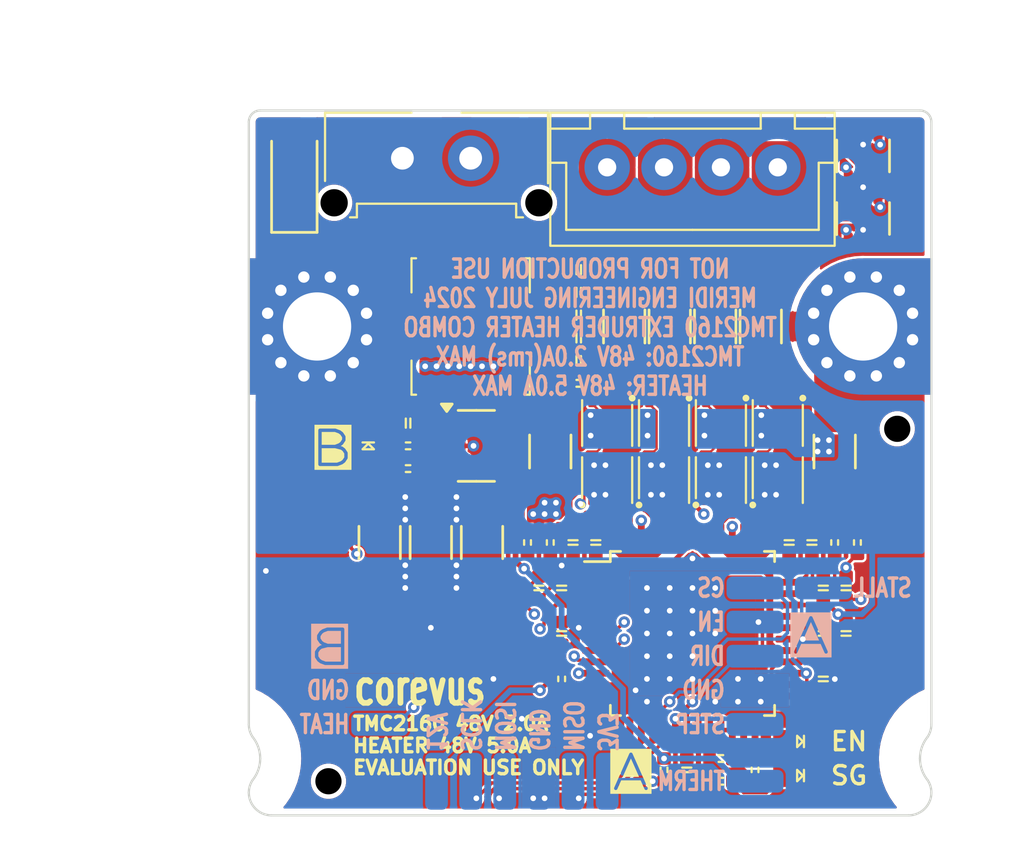
<source format=kicad_pcb>
(kicad_pcb (version 20240108) (generator "pcbnew") (generator_version "8.0")
  (layers (0 "F.Cu" signal) (1 "In1.Cu" power) (2 "In2.Cu" power) (31 "B.Cu" signal) (34 "B.Paste" user) (35 "F.Paste" user) (36 "B.SilkS" user "B.Silkscreen") (37 "F.SilkS" user "F.Silkscreen") (38 "B.Mask" user) (39 "F.Mask" user) (44 "Edge.Cuts" user))
  (net 0 "")
  (net 1 "Net-(U1-VCP)")
  (net 2 "Net-(U1-CPO)")
  (net 3 "Net-(U1-CPI)")
  (net 4 "GND")
  (net 5 "/_{MA}B1")
  (net 6 "/_{MA}B2")
  (net 7 "Net-(U1-5VOUT)")
  (net 8 "+12V")
  (net 9 "/_{MA}A1")
  (net 10 "/_{MA}A2")
  (net 11 "/_{MA}A2'")
  (net 12 "+48V")
  (net 13 "Net-(U1-CB1)")
  (net 14 "Net-(U1-CB2)")
  (net 15 "/_{MA}A1'")
  (net 16 "/SCK")
  (net 17 "/SDI")
  (net 18 "/SDO")
  (net 19 "VCC")
  (net 20 "Net-(U1-CA1)")
  (net 21 "Net-(U1-CA2)")
  (net 25 "/_{MA}B2'")
  (net 26 "/_{MA}B1'")
  (net 27 "/_{MA}SRBL")
  (net 28 "/_{MA}SRBH")
  (net 29 "/THERM")
  (net 30 "/_{MA}SRAL")
  (net 31 "/_{MA}SRAH")
  (net 32 "/_{MA}HB1")
  (net 33 "/_{MA}LB1")
  (net 34 "Net-(Q2-S-Pad4)")
  (net 35 "/_{MA}HB2")
  (net 36 "/_{MA}LB2")
  (net 37 "/_{MA}HA1")
  (net 38 "Net-(Q6-S-Pad4)")
  (net 39 "/_{MA}LA1")
  (net 40 "/_{MA}HA2")
  (net 41 "/_{MA}LA2")
  (net 42 "/_{MA}~{En}")
  (net 43 "/_{MA}Stall")
  (net 44 "/_{MA}~{CS}")
  (net 45 "/_{MA}Step")
  (net 46 "/_{MA}Dir")
  (net 48 "Net-(D5-A)")
  (net 49 "Net-(Q9-G)")
  (net 50 "/_{MB}Step")
  (net 51 "Net-(D6-A)")
  (net 52 "Net-(NT1-Pad1)")
  (net 53 "Net-(NT2-Pad2)")
  (net 54 "Net-(D1-A)")
  (net 55 "Net-(D2-A)")
  (net 56 "Net-(U1-CLK)")
  (footprint "corevus:MountingHole_M3_Driver" (layer "F.Cu") (at 147 60 -90)
    (property "Reference" "H2" (hide yes))
    (property "Value" "Gnd")
  )
  (footprint "corevus:DMT6016LFDF" (layer "F.Cu") (at 138.25 64.25 180)
    (property "Reference" "Q4" (hide yes))
    (property "Value" "DMT6016")
  )
  (footprint "PCM_ME_passives:0603LED" (layer "F.Cu") (at 144.25 78.25 180)
    (property "Reference" "D1" (hide yes))
    (property "Value" "Grn")
  )
  (footprint "PCM_ME_passives:0402R" (layer "F.Cu") (at 145.75 69.499999 -90)
    (property "Reference" "R11" (hide yes))
    (property "Value" "47Ω")
  )
  (footprint "PCM_ME_passives:0402C" (layer "F.Cu") (at 146.25 71.499999 -90)
    (property "Reference" "C21" (hide yes))
    (property "Value" "1nF")
  )
  (footprint "corevus:DMT6016LFDF" (layer "F.Cu") (at 143.25 66.75)
    (property "Reference" "Q7" (hide yes))
    (property "Value" "DMT6016")
  )
  (footprint "corevus:DMT6016LFDF" (layer "F.Cu") (at 140.75 64.25 180)
    (property "Reference" "Q6" (hide yes))
    (property "Value" "DMT6016")
  )
  (footprint "Package_TO_SOT_SMD:SOT-363_SC-70-6" (layer "F.Cu") (at 147 52.5 -90)
    (property "Reference" "D3" (hide yes))
    (property "Value" "BAV99S")
  )
  (footprint "PCM_ME_passives:0402R" (layer "F.Cu") (at 146.75 69.499999 -90)
    (property "Reference" "R12" (hide yes))
    (property "Value" "47Ω")
  )
  (footprint "PCM_ME_passives:0402C" (layer "F.Cu") (at 146.25 73.499999 -90)
    (property "Reference" "C7" (hide yes))
    (property "Value" "100nF 100V")
  )
  (footprint "Resistor_SMD:R_1206_3216Metric" (layer "F.Cu") (at 133.25 65.499999 -90)
    (property "Reference" "R10" (hide yes))
    (property "Value" "100mΩ")
  )
  (footprint "PCM_ME_passives:0402C" (layer "F.Cu") (at 127 64.25 180)
    (property "Reference" "C22" (hide yes))
    (property "Value" "1μF")
  )
  (footprint "corevus:DMT6016LFDF" (layer "F.Cu") (at 135.75 66.75)
    (property "Reference" "Q1" (hide yes))
    (property "Value" "DMT6016")
  )
  (footprint "PCM_ME_passives:0402C" (layer "F.Cu") (at 134.5 61.5 180)
    (property "Reference" "C13" (hide yes))
    (property "Value" "1μF")
  )
  (footprint "Resistor_SMD:R_1206_3216Metric" (layer "F.Cu") (at 138.5 60 -90)
    (property "Reference" "FB3" (hide yes))
    (property "Value" "30Ω@100MHz")
  )
  (footprint "corevus:NetTie-2_SMD_Pad0.1mm" (layer "F.Cu") (at 146.570711 64.570711 -45)
    (property "Reference" "NT2" (hide yes))
    (property "Value" "NetTie_2" (hide yes))
  )
  (footprint "corevus:DMT6016LFDF" (layer "F.Cu") (at 135.75 64.25 180)
    (property "Reference" "Q2" (hide yes))
    (property "Value" "DMT6016")
  )
  (footprint "PCM_ME_passives:0402C" (layer "F.Cu") (at 144.75 69.5 90)
    (property "Reference" "C11" (hide yes))
    (property "Value" "1μF 25V")
  )
  (footprint "Resistor_SMD:R_1206_3216Metric" (layer "F.Cu") (at 140.5 60 -90)
    (property "Reference" "FB2" (hide yes))
    (property "Value" "30Ω@100MHz")
  )
  (footprint "corevus:TMCx160" (layer "F.Cu") (at 139.5 73.5)
    (property "Reference" "U1" (hide yes))
    (property "Value" "TMC2160")
  )
  (footprint "Resistor_SMD:R_1206_3216Metric" (layer "F.Cu") (at 136.5 60 -90)
    (property "Reference" "FB4" (hide yes))
    (property "Value" "30Ω@100MHz")
  )
  (footprint "PCM_ME_passives:0402R" (layer "F.Cu") (at 138.25 79.5 -90)
    (property "Reference" "R20" (hide yes))
    (property "Value" "4.7kΩ")
  )
  (footprint "Package_TO_SOT_SMD:SOT-363_SC-70-6" (layer "F.Cu") (at 147 55.25 90)
    (property "Reference" "D4" (hide yes))
    (property "Value" "BAV99S")
  )
  (footprint "PCM_ME_passives:0402R" (layer "F.Cu") (at 140.75 79)
    (property "Reference" "R1" (hide yes))
    (property "Value" "4.7kΩ")
  )
  (footprint "corevus:NetTie-2_SMD_Pad0.1mm" (layer "F.Cu") (at 132.4 67.5 45)
    (property "Reference" "NT1" (hide yes))
    (property "Value" "NetTie_2" (hide yes))
  )
  (footprint "PCM_ME_passives:0402R" (layer "F.Cu") (at 127.000001 66.25 180)
    (property "Reference" "R4" (hide yes))
    (property "Value" "1kΩ")
  )
  (footprint "PCM_ME_passives:0402C" (layer "F.Cu") (at 133.75 71.499999 90)
    (property "Reference" "C6" (hide yes))
    (property "Value" "1μF")
  )
  (footprint "PCM_ME_passives:0402C" (layer "F.Cu") (at 145.25 73.5 90)
    (property "Reference" "C2" (hide yes))
    (property "Value" "100nF 100V")
  )
  (footprint "corevus:MountingHole_M3_Driver" (layer "F.Cu") (at 123 60 90)
    (property "Reference" "H1" (hide yes))
    (property "Value" "VM")
  )
  (footprint "corevus:JST_XH_1x04" (layer "F.Cu") (at 139.5 53)
    (property "Reference" "J1" (hide yes))
    (property "Value" "XH")
  )
  (footprint "PCM_ME_passives:0402R" (layer "F.Cu") (at 132.25 69.499999 -90)
    (property "Reference" "R9" (hide yes))
    (property "Value" "47Ω")
  )
  (footprint "corevus:ToolingHole" (layer "F.Cu") (at 148.5 64.5)
    (property "Reference" "H3" (hide yes))
    (property "Value" "ToolingHole")
  )
  (footprint "PCM_ME_passives:0603LED" (layer "F.Cu") (at 144.25 79.75 180)
    (property "Reference" "D2" (hide yes))
    (property "Value" "Ylw")
  )
  (footprint "corevus:DMT6016LFDF" (layer "F.Cu") (at 140.75 66.75)
    (property "Reference" "Q5" (hide yes))
    (property "Value" "DMT6016")
  )
  (footprint "PCM_ME_passives:0603LED" (layer "F.Cu") (at 125.25 65.25 -90)
    (property "Reference" "D6" (hide yes))
    (property "Value" "Red")
  )
  (footprint "PCM_ME_passives:0402C" (layer "F.Cu") (at 139.25 79.5 -90)
    (property "Reference" "C3" (hide yes))
    (property "Value" "1µF")
  )
  (footprint "PCM_ME_passives:0402C" (layer "F.Cu") (at 134.5 57.5)
    (property "Reference" "C19" (hide yes))
    (property "Value" "1nF 100V")
  )
  (footprint "PCM_ME_passives:0402C" (layer "F.Cu") (at 133.75 73.499999 90)
    (property "Reference" "C4" (hide yes))
    (property "Value" "1μF")
  )
  (footprint "PCM_ME_passives:0402C" (layer "F.Cu") (at 134.5 58.5)
    (property "Reference" "C18" (hide yes))
    (property "Value" "1nF 100V")
  )
  (footprint "Capacitor_SMD:C_1206_3216Metric" (layer "F.Cu") (at 130.25 69.5 -90)
    (property "Reference" "C12" (hide yes))
    (property "Value" "1μF 100V")
  )
  (footprint "PCM_ME_passives:0402C" (layer "F.Cu") (at 143.75 69.5 90)
    (property "Reference" "C10" (hide yes))
    (property "Value" "1μF 25V")
  )
  (footprint "PCM_ME_passives:0402R" (layer "F.Cu") (at 133.75 75.499999 90)
    (property "Reference" "R3" (hide yes))
    (property "Value" "10kΩ")
  )
  (footprint "PCM_ME_passives:0402C" (layer "F.Cu") (at 134.5 60.5)
    (property "Reference" "C16" (hide yes))
    (property "Value" "1nF 100V")
  )
  (footprint "PCM_ME_passives:0402C" (layer "F.Cu") (at 132.75 71.499998 -90)
    (property "Reference" "C20" (hide yes))
    (property "Value" "1nF")
  )
  (footprint "corevus:MOSFET_DFN8_5x6" (layer "F.Cu") (at 129.75 60)
    (property "Reference" "Q9" (hide yes))
    (property "Value" "NMOS")
  )
  (footprint "PCM_ME_passives:0402C" (layer "F.Cu") (at 135.25 69.5 90)
    (property "Reference" "C9" (hide yes))
    (property "Value" "1μF 25V")
  )
  (footprint "Capacitor_SMD:C_1206_3216Metric" (layer "F.Cu") (at 128 69.5 -90)
    (property "Reference" "C14" (hide yes))
    (property "Value" "1μF 100V")
  )
  (footprint "PCM_ME_passives:0402C" (layer "F.Cu") (at 145.25 71.5 -90)
    (property "Reference" "C1" (hide yes))
    (property "Value" "1μF 25V")
  )
  (footprint "corevus:DMT6016LFDF" (layer "F.Cu") (at 138.25 66.75)
    (property "Reference" "Q3" (hide yes))
    (property "Value" "DMT6016")
  )
  (footprint "PCM_ME_passives:0402R" (layer "F.Cu") (at 127 65.25)
    (property "Reference" "R5" (hide yes))
    (property "Value" "10kΩ")
  )
  (footprint "Capacitor_SMD:C_1206_3216Metric" (layer "F.Cu") (at 125.75 69.5 -90)
    (property "Reference" "C15" (hide yes))
    (property "Value" "1μF 100V")
  )
  (footprint "Package_TO_SOT_SMD:SOT-23-5" (layer "F.Cu") (at 130 65.25)
    (property "Reference" "U2" (hide yes))
    (property "Value" "UCC27517")
  )
  (footprint "corevus:DMT6016LFDF" (layer "F.Cu") (at 143.25 64.25 180)
    (property "Reference" "Q8" (hide yes))
    (property "Value" "DMT6016")
  )
  (footprint "corevus:ToolingHole" (layer "F.Cu") (at 123.5 80)
    (property "Reference" "H4" (hide yes))
    (property "Value" "ToolingHole")
  )
  (footprint "PCM_ME_passives:0402R" (layer "F.Cu") (at 134.500001 62.5 180)
    (property "Reference" "TH1" (hide yes))
    (property "Value" "10kΩ 3950K")
  )
  (footprint "PCM_ME_passives:0402R" (layer "F.Cu") (at 133.25 69.499999 -90)
    (property "Reference" "R8" (hide yes))
    (property "Value" "47Ω")
  )
  (footprint "PCM_ME_passives:0402R" (layer "F.Cu") (at 140.75 80)
    (property "Reference" "R16" (hide yes))
    (property "Value" "1kΩ")
  )
  (footprint "PCM_ME_passives:0402C" (layer "F.Cu") (at 134.499999 59.5)
    (property "Reference" "C17" (hide yes))
    (property "Value" "1nF 100V")
  )
  (footprint "PCM_ME_passives:0402R" (layer "F.Cu") (at 142.25 79.5 90)
    (property "Reference" "R2" (hide yes))
    (property "Value" "10kΩ")
  )
  (footprint "PCM_ME_passives:0402C" (layer "F.Cu") (at 145.25 75.5 90)
    (property "Reference" "C5" (hide yes))
    (property "Value" "1µF")
  )
  (footprint "Resistor_SMD:R_1206_3216Metric" (layer "F.Cu") (at 145.75 65.499999 90)
    (property "Reference" "R13" (hide yes))
    (property "Value" "100mΩ")
  )
  (footprint "PCM_ME_passives:0402C" (layer "F.Cu") (at 134.25 69.5 90)
    (property "Reference" "C8" (hide yes))
    (property "Value" "1μF 25V")
  )
  (footprint "corevus:Molex_Micro-Fit-3.0_436500215" (layer "F.Cu") (at 128.25 52.6)
    (property "Reference" "J2" (hide yes))
    (property "Value" "MF3 1x2P")
  )
  (footprint "Diode_SMD:D_SOD-123" (layer "F.Cu") (at 122 53.5 90)
    (property "Reference" "D5" (hide yes))
    (property "Value" "1N4148")
  )
  (footprint "Resistor_SMD:R_1206_3216Metric" (layer "F.Cu") (at 142.5 60 -90)
    (property "Reference" "FB1" (hide yes))
    (property "Value" "30Ω@100MHz")
  )
  (footprint "corevus:LGA_Land_2.5mm" (layer "B.Cu") (at 145.25 71.5 -90)
    (property "Reference" "T17" (hide yes))
    (property "Value" "DIAG")
  )
  (footprint "corevus:LGA_Land_2.5mm" (layer "B.Cu") (at 135.75 80)
    (property "Reference" "T8" (hide yes))
    (property "Value" "VCC")
  )
  (footprint "corevus:LGA_Land_2.5mm" (layer "B.Cu") (at 142.25 71.5 90)
    (property "Reference" "T10" (hide yes))
    (property "Value" "CS0")
  )
  (footprint "corevus:LGA_Land_2.5mm" (layer "B.Cu") (at 125.75 77.5 90)
    (property "Reference" "T15" (hide yes))
    (property "Value" "HEAT")
  )
  (footprint "corevus:LGA_Land_2.5mm" (layer "B.Cu") (at 125.75 76 90)
    (property "Reference" "T16" (hide yes))
    (property "Value" "GND")
  )
  (footprint "corevus:LGA_Land_2.5mm" (layer "B.Cu") (at 134.25 80)
    (property "Reference" "T7" (hide yes))
    (property "Value" "SDO")
  )
  (footprint "corevus:LGA_Land_2.5mm" (layer "B.Cu") (at 142.25 73 90)
    (property "Reference" "T14" (hide yes))
    (property "Value" "EN")
  )
  (footprint "corevus:LGA_Land_2.5mm" (layer "B.Cu") (at 131.25 80)
    (property "Reference" "T6" (hide yes))
    (property "Value" "SDI")
  )
  (footprint "corevus:LGA_Land_2.5mm" (layer "B.Cu") (at 142.25 74.5 90)
    (property "Reference" "T13" (hide yes))
    (property "Value" "DIR")
  )
  (footprint "corevus:LGA_Land_2.5mm" (layer "B.Cu") (at 128.25 80)
    (property "Reference" "T3" (hide yes))
    (property "Value" "12V")
  )
  (footprint "corevus:LGA_Land_2.5mm" (layer "B.Cu") (at 142.25 77.5 90)
    (property "Reference" "T11" (hide yes))
    (property "Value" "STEP")
  )
  (footprint "corevus:LGA_Land_2.5mm" (layer "B.Cu") (at 129.75 80)
    (property "Reference" "T4" (hide yes))
    (property "Value" "SCK")
  )
  (footprint "corevus:LGA_Land_2.5mm" (layer "B.Cu") (at 132.75 80)
    (property "Reference" "T5" (hide yes))
    (property "Value" "GND")
  )
  (footprint "corevus:LGA_Land_2.5mm" (layer "B.Cu") (at 142.25 76 90)
    (property "Reference" "T12" (hide yes))
    (property "Value" "GND")
  )
  (footprint "corevus:LGA_Land_2.5mm" (layer "B.Cu") (at 142.25 80 90)
    (property "Reference" "T9" (hide yes))
    (property "Value" "Therm")
  )
  (gr_line (start 120.5 50.5) (end 149.5 50.5) (stroke (width 0.1)) (layer "Edge.Cuts"))
  (gr_arc (start 120.16795 78.0547) (mid 120.042908 77.789784) (end 120 77.5) (stroke (width 0.1)) (layer "Edge.Cuts"))
  (gr_arc (start 150 80.5) (mid 149.707107 81.207107) (end 149 81.5) (stroke (width 0.1)) (layer "Edge.Cuts"))
  (gr_line (start 120 77.5) (end 120 51) (stroke (width 0.1)) (layer "Edge.Cuts"))
  (gr_arc (start 120 80.5) (mid 120.042908 80.210216) (end 120.16795 79.9453) (stroke (width 0.1)) (layer "Edge.Cuts"))
  (gr_arc (start 149.5 79) (mid 149.585428 78.49904) (end 149.83205 78.0547) (stroke (width 0.1)) (layer "Edge.Cuts"))
  (gr_line (start 149 81.5) (end 121 81.5) (stroke (width 0.1)) (layer "Edge.Cuts"))
  (gr_arc (start 120.16795 78.0547) (mid 120.414574 78.499038) (end 120.5 79) (stroke (width 0.1)) (layer "Edge.Cuts"))
  (gr_arc (start 149.5 50.5) (mid 149.853553 50.646447) (end 150 51) (stroke (width 0.1)) (layer "Edge.Cuts"))
  (gr_line (start 150 51) (end 150 77.5) (stroke (width 0.1)) (layer "Edge.Cuts"))
  (gr_arc (start 150 77.5) (mid 149.957092 77.789784) (end 149.83205 78.0547) (stroke (width 0.1)) (layer "Edge.Cuts"))
  (gr_arc (start 121 81.5) (mid 120.292893 81.207107) (end 120 80.5) (stroke (width 0.1)) (layer "Edge.Cuts"))
  (gr_arc (start 120 51) (mid 120.146447 50.646447) (end 120.5 50.5) (stroke (width 0.1)) (layer "Edge.Cuts"))
  (gr_arc (start 120.5 79) (mid 120.414573 79.500961) (end 120.16795 79.9453) (stroke (width 0.1)) (layer "Edge.Cuts"))
  (gr_arc (start 149.83205 79.9453) (mid 149.957092 80.210216) (end 150 80.5) (stroke (width 0.1)) (layer "Edge.Cuts"))
  (gr_arc (start 149.83205 79.9453) (mid 149.585427 79.500961) (end 149.5 79) (stroke (width 0.1)) (layer "Edge.Cuts"))
  (gr_text "HEAT" (at 124.5 77.5 0) (layer "B.SilkS") (effects (font (size 0.8 0.6)) (justify left mirror)))
  (gr_text "STEP" (at 141 77.5 0) (layer "B.SilkS") (effects (font (size 0.8 0.6)) (justify left mirror)))
  (gr_text "GND" (at 124.5 76 0) (layer "B.SilkS") (effects (font (size 0.8 0.6)) (justify left mirror)))
  (gr_text "A" (at 143.75 72.750001 0) (layer "B.SilkS" knockout) (effects (font (size 1.5 2)) (justify right top mirror)))
  (gr_text "STALL" (at 146.5 71.5 0) (layer "B.SilkS") (effects (font (size 0.8 0.6)) (justify right mirror)))
  (gr_text "THERM" (at 141 80 0) (layer "B.SilkS") (effects (font (size 0.8 0.6)) (justify left mirror)))
  (gr_text "CS" (at 141 71.5 0) (layer "B.SilkS") (effects (font (size 0.8 0.6)) (justify left mirror)))
  (gr_text "SCLK" (at 129.75 78.75 270) (layer "B.SilkS") (effects (font (size 0.8 0.6)) (justify left mirror)))
  (gr_text "GND" (at 132.75 78.75 270) (layer "B.SilkS") (effects (font (size 0.8 0.6)) (justify left mirror)))
  (gr_text "12V" (at 128.25 78.75 270) (layer "B.SilkS") (effects (font (size 0.8 0.6)) (justify left mirror)))
  (gr_text "B" (at 122.5 73.25 0) (layer "B.SilkS" knockout) (effects (font (size 1.5 2)) (justify right top mirror)))
  (gr_text "3V3" (at 135.75 78.75 270) (layer "B.SilkS") (effects (font (size 0.8 0.6)) (justify left mirror)))
  (gr_text "DIR" (at 141 74.5 0) (layer "B.SilkS") (effects (font (size 0.8 0.6)) (justify left mirror)))
  (gr_text "GND" (at 141 76 0) (layer "B.SilkS") (effects (font (size 0.8 0.6)) (justify left mirror)))
  (gr_text "MOSI" (at 131.25 78.75 270) (layer "B.SilkS") (effects (font (size 0.8 0.6)) (justify left mirror)))
  (gr_text "EN" (at 141 73 0) (layer "B.SilkS") (effects (font (size 0.8 0.6)) (justify left mirror)))
  (gr_text "MISO" (at 134.25 78.75 270) (layer "B.SilkS") (effects (font (size 0.8 0.6)) (justify left mirror)))
  (gr_text "NOT FOR PRODUCTION USE\nMERIDI ENGINEERING JULY 2024\nTMC2160 EXTRUDER HEATER COMBO\nTMC2160: 48V 2.0A(rms) MAX\nHEATER: 48V 5.0A MAX" (at 135 57 0) (layer "B.SilkS") (effects (font (size 0.8 0.6)) (justify top mirror)))
  (gr_text "SG" (at 145.5 79.75 0) (layer "F.SilkS") (effects (font (size 0.8 0.8)) (justify left)))
  (gr_text "A" (at 137.75 78.75 0) (layer "F.SilkS" knockout) (effects (font (size 1.5 2)) (justify right top)))
  (gr_text "EN" (at 145.5 78.25 0) (layer "F.SilkS") (effects (font (size 0.8 0.8)) (justify left)))
  (gr_text "corevus" (at 124.5 76.75 0) (layer "F.SilkS") (effects (font (size 1.5 1) (thickness 0.25) (bold yes)) (justify left bottom)))
  (gr_text "B" (at 124.75 64.5 0) (layer "F.SilkS" knockout) (effects (font (size 1.5 2)) (justify right top)))
  (gr_text "TMC2160 48V 2.0A\nHEATER 48V 5.0A\nEVALUATION USE ONLY" (at 124.5 79.75 0) (layer "F.SilkS") (effects (font (size 0.6 0.6)) (justify left bottom)))
  (segment (start 143.75 71.75) (end 144.500001 71.75) (width 0.2) (layer "F.Cu") (net 1))
  (segment (start 144.500001 71.75) (end 145.25 71.000001) (width 0.2) (layer "F.Cu") (net 1))
  (segment (start 143.75 73.25) (end 144.500001 73.25) (width 0.2) (layer "F.Cu") (net 2))
  (segment (start 144.500001 73.25) (end 145.25 73.999999) (width 0.2) (layer "F.Cu") (net 2))
  (segment (start 144.999999 72.75) (end 145.25 73.000001) (width 0.2) (layer "F.Cu") (net 3))
  (segment (start 143.75 72.75) (end 144.999999 72.75) (width 0.2) (layer "F.Cu") (net 3))
  (segment (start 147.65 54.3) (end 147.65 54.65) (width 0.25) (layer "F.Cu") (net 4))
  (segment (start 137.5 75.5) (end 137 76) (width 0.25) (layer "F.Cu") (net 4))
  (segment (start 146.25 53) (end 146.35 53.1) (width 0.25) (layer "F.Cu") (net 4))
  (segment (start 146.35 55.85) (end 146.25 55.75) (width 0.25) (layer "F.Cu") (net 4))
  (segment (start 146.35 53.1) (end 146.35 53.45) (width 0.25) (layer "F.Cu") (net 4))
  (segment (start 147.65 54.65) (end 147.75 54.75) (width 0.25) (layer "F.Cu") (net 4))
  (segment (start 147.65 51.9) (end 147.75 52) (width 0.25) (layer "F.Cu") (net 4))
  (segment (start 147.65 51.55) (end 147.65 51.9) (width 0.25) (layer "F.Cu") (net 4))
  (segment (start 146.35 56.2) (end 146.35 55.85) (width 0.25) (layer "F.Cu") (net 4))
  (via (at 147.75 54.75) (size 0.5) (drill 0.25) (layers "F.Cu" "B.Cu") (net 4))
  (via (at 137 76) (size 0.5) (drill 0.25) (layers "F.Cu" "B.Cu") (net 4))
  (via (at 137.5 76.5) (size 0.5) (drill 0.25) (layers "F.Cu" "B.Cu") (net 4))
  (via (at 129.125 71.5) (size 0.5) (drill 0.25) (layers "F.Cu" "B.Cu") (net 4))
  (via (at 137.5 72.5) (size 0.5) (drill 0.25) (layers "F.Cu" "B.Cu") (net 4))
  (via (at 133 67.75) (size 0.5) (drill 0.25) (layers "F.Cu" "B.Cu") (net 4))
  (via (at 140.5 71.5) (size 0.5) (drill 0.25) (layers "F.Cu" "B.Cu") (net 4))
  (via (at 137.5 73.5) (size 0.5) (drill 0.25) (layers "F.Cu" "B.Cu") (net 4))
  (via (at 138.5 75.5) (size 0.5) (drill 0.25) (layers "F.Cu" "B.Cu") (net 4))
  (via (at 128.75 61.75) (size 0.5) (drill 0.25) (layers "F.Cu" "B.Cu") (net 4))
  (via (at 146.25 55.75) (size 0.5) (drill 0.25) (layers "F.Cu" "B.Cu") (net 4))
  (via (at 129.125 70.5) (size 0.5) (drill 0.25) (layers "F.Cu" "B.Cu") (net 4))
  (via (at 130.75 75.5) (size 0.5) (drill 0.25) (layers "F.Cu" "B.Cu") (net 4))
  (via (at 129.25 61.75) (size 0.5) (drill 0.25) (layers "F.Cu" "B.Cu") (net 4))
  (via (at 132 77.25) (size 0.5) (drill 0.25) (layers "F.Cu" "B.Cu") (net 4))
  (via (at 145.7564 75.507102) (size 0.5) (drill 0.25) (layers "F.Cu" "B.Cu") (net 4))
  (via (at 142.5 76.5) (size 0.5) (drill 0.25) (layers "F.Cu" "B.Cu") (net 4))
  (via (at 139.5 70.2) (size 0.5) (drill 0.25) (layers "F.Cu" "B.Cu") (net 4))
  (via (at 126.875 71) (size 0.5) (drill 0.25) (layers "F.Cu" "B.Cu") (net 4))
  (via (at 126.875 70.5) (size 0.5) (drill 0.25) (layers "F.Cu" "B.Cu") (net 4))
  (via (at 132.5 80.75) (size 0.5) (drill 0.25) (layers "F.Cu" "B.Cu") (net 4))
  (via (at 138.5 71.5) (size 0.5) (drill 0.25) (layers "F.Cu" "B.Cu") (net 4))
  (via (at 138.5 72.5) (size 0.5) (drill 0.25) (layers "F.Cu" "B.Cu") (net 4))
  (via (at 129.125 71) (size 0.5) (drill 0.25) (layers "F.Cu" "B.Cu") (net 4))
  (via (at 133 80.75) (size 0.5) (drill 0.25) (layers "F.Cu" "B.Cu") (net 4))
  (via (at 144.35 73.75) (size 0.5) (drill 0.25) (layers "F.Cu" "B.Cu") (net 4))
  (via (at 128.25 61.75) (size 0.5) (drill 0.25) (layers "F.Cu" "B.Cu") (net 4))
  (via (at 132.5 68.25) (size 0.5) (drill 0.25) (layers "F.Cu" "B.Cu") (net 4))
  (via (at 133.5 68.25) (size 0.5) (drill 0.25) (layers "F.Cu" "B.Cu") (net 4))
  (via (at 133.750791 70.513403) (size 0.5) (drill 0.25) (layers "F.Cu" "B.Cu") (net 4))
  (via (at 134.5 73.25) (size 0.5) (drill 0.25) (layers "F.Cu" "B.Cu") (net 4))
  (via (at 141.5 76.5) (size 0.5) (drill 0.25) (layers "F.Cu" "B.Cu") (net 4))
  (via (at 130.25 61.75) (size 0.5) (drill 0.25) (layers "F.Cu" "B.Cu") (net 4))
  (via (at 137.5 74.5) (size 0.5) (drill 0.25) (layers "F.Cu" "B.Cu") (net 4))
  (via (at 139.5 73.5) (size 0.5) (drill 0.25) (layers "F.Cu" "B.Cu") (net 4))
  (via (at 129.75 61.75) (size 0.5) (drill 0.25) (layers "F.Cu" "B.Cu") (net 4))
  (via (at 133 68.25) (size 0.5) (drill 0.25) (layers "F.Cu" "B.Cu") (net 4))
  (via (at 138.5 73.5) (size 0.5) (drill 0.25) (layers "F.Cu" "B.Cu") (net 4))
  (via (at 120.75 70.75) (size 0.5) (drill 0.25) (layers "F.Cu" "B.Cu") (net 4))
  (via (at 128 73.25) (size 0.5) (drill 0.25) (layers "F.Cu" "B.Cu") (net 4))
  (via (at 129.875 65.25) (size 0.5) (drill 0.25) (layers "F.Cu" "B.Cu") (net 4))
  (via (at 140.5 72.5) (size 0.5) (drill 0.25) (layers "F.Cu" "B.Cu") (net 4))
  (via (at 147.75 52) (size 0.5) (drill 0.25) (layers "F.Cu" "B.Cu") (net 4))
  (via (at 133.5 67.75) (size 0.5) (drill 0.25) (layers "F.Cu" "B.Cu") (net 4))
  (via (at 135 78) (size 0.5) (drill 0.25) (layers "F.Cu" "B.Cu") (net 4))
  (via (at 126.875 71.5) (size 0.5) (drill 0.25) (layers "F.Cu" "B.Cu") (net 4))
  (via (at 139.5 72.5) (size 0.5) (drill 0.25) (layers "F.Cu" "B.Cu") (net 4))
  (via (at 141.5 75.5) (size 0.5) (drill 0.25) (layers "F.Cu" "B.Cu") (net 4))
  (via (at 137.5 75.5) (size 0.5) (drill 0.25) (layers "F.Cu" "B.Cu") (net 4))
  (via (at 139.5 74.5) (size 0.5) (drill 0.25) (layers "F.Cu" "B.Cu") (net 4))
  (via (at 139.5 75.5) (size 0.5) (drill 0.25) (layers "F.Cu" "B.Cu") (net 4))
  (via (at 140.5 73.5) (size 0.5) (drill 0.25) (layers "F.Cu" "B.Cu") (net 4))
  (via (at 146.25 53) (size 0.5) (drill 0.25) (layers "F.Cu" "B.Cu") (net 4))
  (via (at 138.5 74.5) (size 0.5) (drill 0.25) (layers "F.Cu" "B.Cu") (net 4))
  (via (at 142.5 75.5) (size 0.5) (drill 0.25) (layers "F.Cu" "B.Cu") (net 4))
  (via (at 127.75 61.75) (size 0.5) (drill 0.25) (layers "F.Cu" "B.Cu") (net 4))
  (via (at 137.5 71.5) (size 0.5) (drill 0.25) (layers "F.Cu" "B.Cu") (net 4))
  (via (at 139.5 71.5) (size 0.5) (drill 0.25) (layers "F.Cu" "B.Cu") (net 4))
  (via (at 140.5 76.5) (size 0.5) (drill 0.25) (layers "F.Cu" "B.Cu") (net 4))
  (via (at 130.75 61.75) (size 0.5) (drill 0.25) (layers "F.Cu" "B.Cu") (net 4))
  (segment (start 136.75 69.25) (end 136.775 69.225) (width 0.2) (layer "F.Cu") (net 5))
  (segment (start 136.775 69.225) (end 136.775 67.225) (width 0.2) (layer "F.Cu") (net 5))
  (segment (start 136.775 67.225) (end 136.45 66.9) (width 0.2) (layer "F.Cu") (net 5))
  (segment (start 136.075 67.275) (end 136.45 66.9) (width 0.1) (layer "F.Cu") (net 5))
  (segment (start 136.075 67.975) (end 135.85 68.2) (width 0.2) (layer "F.Cu") (net 5))
  (segment (start 134.823701 68.2) (end 134.45 68.573701) (width 0.2) (layer "F.Cu") (net 5))
  (segment (start 136.075 67.975) (end 136.075 67.275) (width 0.1) (layer "F.Cu") (net 5))
  (segment (start 134.45 68.800001) (end 134.25 69.000001) (width 0.2) (layer "F.Cu") (net 5))
  (segment (start 134.45 68.573701) (end 134.45 68.800001) (width 0.2) (layer "F.Cu") (net 5))
  (segment (start 135.85 68.2) (end 134.823701 68.2) (width 0.2) (layer "F.Cu") (net 5))
  (segment (start 138.25 69.740988) (end 137.940988 70.05) (width 0.2) (layer "F.Cu") (net 6))
  (segment (start 138.575 67.275) (end 138.95 66.9) (width 0.1) (layer "F.Cu") (net 6))
  (segment (start 137.940988 70.05) (end 136.299999 70.05) (width 0.2) (layer "F.Cu") (net 6))
  (segment (start 136.299999 70.05) (end 135.25 69.000001) (width 0.2) (layer "F.Cu") (net 6))
  (segment (start 137.940988 70.05) (end 136.299999 70.05) (width 0.2) (layer "F.Cu") (net 6))
  (segment (start 136.299999 70.05) (end 135.25 69.000001) (width 0.2) (layer "F.Cu") (net 6))
  (segment (start 138.25 69.25) (end 138.25 69.740988) (width 0.2) (layer "F.Cu") (net 6))
  (segment (start 138.25 69.740988) (end 137.940988 70.05) (width 0.2) (layer "F.Cu") (net 6))
  (segment (start 138.575 68.434012) (end 138.25 68.759012) (width 0.2) (layer "F.Cu") (net 6))
  (segment (start 138.575 67.95) (end 138.575 68.434012) (width 0.2) (layer "F.Cu") (net 6))
  (segment (start 138.575 67.95) (end 138.575 67.275) (width 0.1) (layer "F.Cu") (net 6))
  (segment (start 138.25 68.759012) (end 138.25 69.25) (width 0.2) (layer "F.Cu") (net 6))
  (segment (start 138.25 69.25) (end 138.25 69.740988) (width 0.2) (layer "F.Cu") (net 6))
  (segment (start 136.823245 70.7) (end 142.650001 70.7) (width 0.3) (layer "F.Cu") (net 7))
  (segment (start 136.1 71.423245) (end 136.823245 70.7) (width 0.3) (layer "F.Cu") (net 7))
  (segment (start 144.574999 74.25) (end 145.25 74.925001) (width 0.2) (layer "F.Cu") (net 7))
  (segment (start 135.811698 72.75) (end 136.1 72.461698) (width 0.3) (layer "F.Cu") (net 7))
  (segment (start 142.9 70.949999) (end 142.9 73.961698) (width 0.3) (layer "F.Cu") (net 7))
  (segment (start 133.75 73) (end 134 72.75) (width 0.15) (layer "F.Cu") (net 7))
  (segment (start 143.188302 74.25) (end 143.75 74.25) (width 0.3) (layer "F.Cu") (net 7))
  (segment (start 145.25 74.925001) (end 145.25 75.000001) (width 0.2) (layer "F.Cu") (net 7))
  (segment (start 136.1 72.461698) (end 136.1 71.423245) (width 0.3) (layer "F.Cu") (net 7))
  (segment (start 134 72.75) (end 135.25 72.75) (width 0.15) (layer "F.Cu") (net 7))
  (segment (start 142.650001 70.7) (end 142.9 70.949999) (width 0.3) (layer "F.Cu") (net 7))
  (segment (start 142.9 73.961698) (end 143.188302 74.25) (width 0.3) (layer "F.Cu") (net 7))
  (segment (start 143.75 74.25) (end 144.574999 74.25) (width 0.2) (layer "F.Cu") (net 7))
  (segment (start 135.25 72.75) (end 135.811698 72.75) (width 0.3) (layer "F.Cu") (net 7))
  (segment (start 131.4 67.5) (end 131.1 67.2) (width 0.2) (layer "F.Cu") (net 8))
  (segment (start 131.4 70.586397) (end 131.4 67.5) (width 0.2) (layer "F.Cu") (net 8))
  (segment (start 132 73.2) (end 132 71.186397) (width 0.2) (layer "F.Cu") (net 8))
  (segment (start 130.5 67.2) (end 129.75 66.45) (width 0.2) (layer "F.Cu") (net 8))
  (segment (start 128 64.75) (end 128.5 64.25) (width 0.15) (layer "F.Cu") (net 8))
  (segment (start 133.25 75.55) (end 133.25 73.8) (width 0.2) (layer "F.Cu") (net 8))
  (segment (start 132 71.186397) (end 131.4 70.586397) (width 0.2) (layer "F.Cu") (net 8))
  (segment (start 133.75 71.999998) (end 134.000002 72.25) (width 0.3) (layer "F.Cu") (net 8))
  (segment (start 129.75 65.890513) (end 129.584486 65.724999) (width 0.2) (layer "F.Cu") (net 8))
  (segment (start 128.211223 65.724999) (end 128 65.513776) (width 0.15) (layer "F.Cu") (net 8))
  (segment (start 133.25 73.8) (end 132.6 73.8) (width 0.2) (layer "F.Cu") (net 8))
  (segment (start 133.25 72.499998) (end 133.75 71.999998) (width 0.2) (layer "F.Cu") (net 8))
  (segment (start 127.999999 64.75) (end 127.499999 64.25) (width 0.15) (layer "F.Cu") (net 8))
  (segment (start 133.75 71.999998) (end 133.999998 71.75) (width 0.3) (layer "F.Cu") (net 8))
  (segment (start 128 65.513776) (end 128 64.75) (width 0.15) (layer "F.Cu") (net 8))
  (segment (start 134.000002 72.25) (end 135.25 72.25) (width 0.3) (layer "F.Cu") (net 8))
  (segment (start 131.1 67.2) (end 130.5 67.2) (width 0.2) (layer "F.Cu") (net 8))
  (segment (start 133.999998 71.75) (end 135.25 71.75) (width 0.3) (layer "F.Cu") (net 8))
  (segment (start 128 64.75) (end 127.999999 64.75) (width 0.15) (layer "F.Cu") (net 8))
  (segment (start 129.75 66.45) (end 129.75 65.890513) (width 0.2) (layer "F.Cu") (net 8))
  (segment (start 132.8 76) (end 133.25 75.55) (width 0.2) (layer "F.Cu") (net 8))
  (segment (start 135.25 71.75) (end 135.25 72.25) (width 0.3) (layer "F.Cu") (net 8))
  (segment (start 133.25 73.8) (end 133.25 72.499998) (width 0.2) (layer "F.Cu") (net 8))
  (segment (start 132.6 73.8) (end 132 73.2) (width 0.2) (layer "F.Cu") (net 8))
  (segment (start 129.584486 65.724999) (end 128.211223 65.724999) (width 0.15) (layer "F.Cu") (net 8))
  (via (at 132.8 76) (size 0.5) (drill 0.25) (layers "F.Cu" "B.Cu") (net 8))
  (segment (start 128.25 79.25) (end 128.25 80.250001) (width 0.25) (layer "B.Cu") (net 8))
  (segment (start 131.5 76) (end 128.25 79.25) (width 0.25) (layer "B.Cu") (net 8))
  (segment (start 132.8 76) (end 131.5 76) (width 0.25) (layer "B.Cu") (net 8))
  (segment (start 141.775 67.275) (end 141.5 67) (width 0.2) (layer "F.Cu") (net 9))
  (segment (start 140.75 69.25) (end 140.75 69.740988) (width 0.2) (layer "F.Cu") (net 9))
  (segment (start 141.775 67.90494) (end 141.775 67.275) (width 0.2) (layer "F.Cu") (net 9))
  (segment (start 140.75 68.663603) (end 141.063603 68.35) (width 0.2) (layer "F.Cu") (net 9))
  (segment (start 140.75 69.740988) (end 141.059012 70.05) (width 0.2) (layer "F.Cu") (net 9))
  (segment (start 142.700001 70.05) (end 143.75 69.000001) (width 0.2) (layer "F.Cu") (net 9))
  (segment (start 141.45 66.9) (end 141.45 66.4125) (width 0.15) (layer "F.Cu") (net 9))
  (segment (start 141.32994 68.35) (end 141.775 67.90494) (width 0.2) (layer "F.Cu") (net 9))
  (segment (start 140.75 69.25) (end 140.75 68.663603) (width 0.2) (layer "F.Cu") (net 9))
  (segment (start 140.75 69.25) (end 140.75 69.740988) (width 0.2) (layer "F.Cu") (net 9))
  (segment (start 140.75 69.740988) (end 141.059012 70.05) (width 0.2) (layer "F.Cu") (net 9))
  (segment (start 141.059012 70.05) (end 142.700001 70.05) (width 0.2) (layer "F.Cu") (net 9))
  (segment (start 141.063603 68.35) (end 141.32994 68.35) (width 0.2) (layer "F.Cu") (net 9))
  (segment (start 142.700001 70.05) (end 143.75 69.000001) (width 0.2) (layer "F.Cu") (net 9))
  (segment (start 141.059012 70.05) (end 142.700001 70.05) (width 0.2) (layer "F.Cu") (net 9))
  (segment (start 142.25 68.45) (end 142.25 69.25) (width 0.2) (layer "F.Cu") (net 10))
  (segment (start 144.75 69.000001) (end 144.55 68.800001) (width 0.2) (layer "F.Cu") (net 10))
  (segment (start 143.475 68.075) (end 142.625 68.075) (width 0.2) (layer "F.Cu") (net 10))
  (segment (start 144.55 68.800001) (end 144.55 68.573701) (width 0.2) (layer "F.Cu") (net 10))
  (segment (start 144.55 68.573701) (end 144.275 68.298701) (width 0.2) (layer "F.Cu") (net 10))
  (segment (start 143.575 67.975) (end 143.475 68.075) (width 0.2) (layer "F.Cu") (net 10))
  (segment (start 144.275 68.298701) (end 144.275 67.225) (width 0.2) (layer "F.Cu") (net 10))
  (segment (start 143.575 67.275) (end 143.95 66.9) (width 0.1) (layer "F.Cu") (net 10))
  (segment (start 144.275 67.225) (end 143.95 66.9) (width 0.2) (layer "F.Cu") (net 10))
  (segment (start 142.625 68.075) (end 142.25 68.45) (width 0.2) (layer "F.Cu") (net 10))
  (segment (start 143.575 67.975) (end 143.575 67.275) (width 0.1) (layer "F.Cu") (net 10))
  (segment (start 134.999999 60.5) (end 135.474999 60.025) (width 0.25) (layer "F.Cu") (net 11))
  (segment (start 141.425 59.325) (end 141.75 59) (width 0.25) (layer "F.Cu") (net 11))
  (segment (start 137.714949 60.025) (end 138.064949 59.675) (width 0.25) (layer "F.Cu") (net 11))
  (segment (start 147.65 55.728248) (end 147.171752 55.25) (width 0.25) (layer "F.Cu") (net 11))
  (segment (start 138.064949 59.675) (end 139.569975 59.675) (width 0.25) (layer "F.Cu") (net 11))
  (segment (start 139.569975 59.675) (end 139.919975 59.325) (width 0.25) (layer "F.Cu") (net 11))
  (segment (start 139.919975 59.325) (end 141.425 59.325) (width 0.25) (layer "F.Cu") (net 11))
  (segment (start 147.65 56.2) (end 147.65 55.728248) (width 0.25) (layer "F.Cu") (net 11))
  (segment (start 135.474999 60.025) (end 137.714949 60.025) (width 0.25) (layer "F.Cu") (net 11))
  (segment (start 147.171752 55.25) (end 144.75 55.25) (width 0.25) (layer "F.Cu") (net 11))
  (segment (start 147 53.449999) (end 147 53.875) (width 0.25) (layer "F.Cu") (net 12))
  (segment (start 147 51.550001) (end 147 52) (width 0.25) (layer "F.Cu") (net 12))
  (segment (start 145.9 72.65) (end 145.9 72.649999) (width 0.2) (layer "F.Cu") (net 12))
  (segment (start 145.900001 72.65) (end 146.25 72.999999) (width 0.2) (layer "F.Cu") (net 12))
  (segment (start 147 53.875) (end 147 54.300001) (width 0.25) (layer "F.Cu") (net 12))
  (segment (start 145.9 72.649999) (end 145.25 71.999999) (width 0.2) (layer "F.Cu") (net 12))
  (segment (start 145.9 72.65) (end 145.900001 72.65) (width 0.2) (layer "F.Cu") (net 12))
  (segment (start 146.25 72.999999) (end 146.25 73) (width 0.2) (layer "F.Cu") (net 12))
  (segment (start 144.999999 72.25) (end 145.25 71.999999) (width 0.2) (layer "F.Cu") (net 12))
  (segment (start 147 56.199999) (end 147 55.75) (width 0.25) (layer "F.Cu") (net 12))
  (segment (start 143.75 72.25) (end 144.999999 72.25) (width 0.2) (layer "F.Cu") (net 12))
  (via (at 137.675 66.1) (size 0.5) (drill 0.25) (layers "F.Cu" "B.Cu") (net 12))
  (via (at 143.175 67.4) (size 0.5) (drill 0.25) (layers "F.Cu" "B.Cu") (net 12))
  (via (at 135.675 66.1) (size 0.5) (drill 0.25) (layers "F.Cu" "B.Cu") (net 12))
  (via (at 140.675 66.1) (size 0.5) (drill 0.25) (layers "F.Cu" "B.Cu") (net 12))
  (via (at 147 53.875) (size 0.5) (drill 0.25) (layers "F.Cu" "B.Cu") (net 12))
  (via (at 126.875 67.5) (size 0.5) (drill 0.25) (layers "F.Cu" "B.Cu") (net 12))
  (via (at 126.875 68.5) (size 0.5) (drill 0.25) (layers "F.Cu" "B.Cu") (net 12))
  (via (at 135.175 66.1) (size 0.5) (drill 0.25) (layers "F.Cu" "B.Cu") (net 12))
  (via (at 140.175 66.1) (size 0.5) (drill 0.25) (layers "F.Cu" "B.Cu") (net 12))
  (via (at 145.9 72.65) (size 0.5) (drill 0.25) (layers "F.Cu" "B.Cu") (net 12))
  (via (at 143.175 66.1) (size 0.5) (drill 0.25) (layers "F.Cu" "B.Cu") (net 12))
  (via (at 129.125 67.5) (size 0.5) (drill 0.25) (layers "F.Cu" "B.Cu") (net 12))
  (via (at 138.175 67.4) (size 0.5) (drill 0.25) (layers "F.Cu" "B.Cu") (net 12))
  (via (at 138.175 66.1) (size 0.5) (drill 0.25) (layers "F.Cu" "B.Cu") (net 12))
  (via (at 129.125 68) (size 0.5) (drill 0.25) (layers "F.Cu" "B.Cu") (net 12))
  (via (at 147 55.75) (size 0.5) (drill 0.25) (layers "F.Cu" "B.Cu") (net 12))
  (via (at 126.875 68) (size 0.5) (drill 0.25) (layers "F.Cu" "B.Cu") (net 12))
  (via (at 135.675 67.4) (size 0.5) (drill 0.25) (layers "F.Cu" "B.Cu") (net 12))
  (via (at 140.675 67.4) (size 0.5) (drill 0.25) (layers "F.Cu" "B.Cu") (net 12))
  (via (at 137.675 67.4) (size 0.5) (drill 0.25) (layers "F.Cu" "B.Cu") (net 12))
  (via (at 147 52) (size 0.5) (drill 0.25) (layers "F.Cu" "B.Cu") (net 12))
  (via (at 129.125 68.5) (size 0.5) (drill 0.25) (layers "F.Cu" "B.Cu") (net 12))
  (via (at 142.675 66.1) (size 0.5) (drill 0.25) (layers "F.Cu" "B.Cu") (net 12))
  (via (at 135.175 67.4) (size 0.5) (drill 0.25) (layers "F.Cu" "B.Cu") (net 12))
  (via (at 142.675 67.4) (size 0.5) (drill 0.25) (layers "F.Cu" "B.Cu") (net 12))
  (via (at 140.175 67.4) (size 0.5) (drill 0.25) (layers "F.Cu" "B.Cu") (net 12))
  (segment (start 145.9 72.65) (end 146.95 72.65) (width 0.25) (layer "B.Cu") (net 12))
  (segment (start 147.4 71.75) (end 147.4 69.7) (width 0.25) (layer "B.Cu") (net 12))
  (segment (start 147.4 72.2) (end 147.4 71.75) (width 0.25) (layer "B.Cu") (net 12))
  (segment (start 147.35 72.25) (end 147.4 72.2) (width 0.25) (layer "B.Cu") (net 12))
  (segment (start 146.95 72.65) (end 147.35 72.25) (width 0.25) (layer "B.Cu") (net 12))
  (segment (start 134.475 70.930632) (end 134.475 70.224999) (width 0.15) (layer "F.Cu") (net 13))
  (segment (start 134.794368 71.25) (end 134.475 70.930632) (width 0.15) (layer "F.Cu") (net 13))
  (segment (start 135.25 71.25) (end 134.794368 71.25) (width 0.15) (layer "F.Cu") (net 13))
  (segment (start 134.475 70.224999) (end 134.25 69.999999) (width 0.15) (layer "F.Cu") (net 13))
  (segment (start 139.25 69.25) (end 139.25 69.740988) (width 0.2) (layer "F.Cu") (net 14))
  (segment (start 135.25 69.999999) (end 135.600001 70.35) (width 0.2) (layer "F.Cu") (net 14))
  (segment (start 138.640988 70.35) (end 139.25 69.740988) (width 0.2) (layer "F.Cu") (net 14))
  (segment (start 139.25 69.740988) (end 139.25 69.25) (width 0.2) (layer "F.Cu") (net 14))
  (segment (start 135.600001 70.35) (end 135.25 69.999999) (width 0.2) (layer "F.Cu") (net 14))
  (segment (start 139.25 69.740988) (end 138.640988 70.35) (width 0.2) (layer "F.Cu") (net 14))
  (segment (start 135.600001 70.35) (end 138.640988 70.35) (width 0.2) (layer "F.Cu") (net 14))
  (segment (start 138.640988 70.35) (end 135.600001 70.35) (width 0.2) (layer "F.Cu") (net 14))
  (segment (start 142.124999 51.625) (end 140.749999 53) (width 0.25) (layer "F.Cu") (net 15))
  (segment (start 139.425 59.325) (end 139.75 59) (width 0.25) (layer "F.Cu") (net 15))
  (segment (start 145.051778 51.625) (end 142.124999 51.625) (width 0.25) (layer "F.Cu") (net 15))
  (segment (start 145.75 52.323222) (end 145.051778 51.625) (width 0.25) (layer "F.Cu") (net 15))
  (segment (start 137.919974 59.325) (end 139.425 59.325) (width 0.25) (layer "F.Cu") (net 15))
  (segment (start 135.174998 59.675) (end 137.569974 59.675) (width 0.25) (layer "F.Cu") (net 15))
  (segment (start 145.75 53.7) (end 145.75 52.323222) (width 0.25) (layer "F.Cu") (net 15))
  (segment (start 137.569974 59.675) (end 137.919974 59.325) (width 0.25) (layer "F.Cu") (net 15))
  (segment (start 146.35 54.3) (end 145.75 53.7) (width 0.25) (layer "F.Cu") (net 15))
  (segment (start 134.999998 59.5) (end 135.174998 59.675) (width 0.25) (layer "F.Cu") (net 15))
  (segment (start 135.701213 80.075) (end 137.25 78.526213) (width 0.15) (layer "F.Cu") (net 16))
  (segment (start 137.25 78.526213) (end 137.25 77.75) (width 0.15) (layer "F.Cu") (net 16))
  (segment (start 130 80.75) (end 130.675 80.075) (width 0.15) (layer "F.Cu") (net 16))
  (segment (start 130.675 80.075) (end 135.701213 80.075) (width 0.15) (layer "F.Cu") (net 16))
  (via (at 130 80.75) (size 0.5) (drill 0.25) (layers "F.Cu" "B.Cu") (net 16))
  (segment (start 137.7 78.429767) (end 135.804767 80.325) (width 0.15) (layer "F.Cu") (net 17))
  (segment (start 131.425 80.325) (end 131 80.75) (width 0.15) (layer "F.Cu") (net 17))
  (segment (start 135.804767 80.325) (end 131.425 80.325) (width 0.15) (layer "F.Cu") (net 17))
  (segment (start 137.75 77.75) (end 137.7 77.8) (width 0.15) (layer "F.Cu") (net 17))
  (segment (start 137.7 77.8) (end 137.7 78.429767) (width 0.15) (layer "F.Cu") (net 17))
  (via (at 131 80.75) (size 0.5) (drill 0.25) (layers "F.Cu" "B.Cu") (net 17))
  (segment (start 135.908321 80.575) (end 138.25 78.233321) (width 0.15) (layer "F.Cu") (net 18))
  (segment (start 138.25 78.233321) (end 138.25 77.75) (width 0.15) (layer "F.Cu") (net 18))
  (segment (start 134.5 80.75) (end 134.675 80.575) (width 0.15) (layer "F.Cu") (net 18))
  (segment (start 134.675 80.575) (end 135.908321 80.575) (width 0.15) (layer "F.Cu") (net 18))
  (via (at 134.5 80.75) (size 0.5) (drill 0.25) (layers "F.Cu" "B.Cu") (net 18))
  (segment (start 134.25 79.500001) (end 134.25 80.250001) (width 0.15) (layer "B.Cu") (net 18))
  (segment (start 140.25 80) (end 140.75 79.5) (width 0.2) (layer "F.Cu") (net 19))
  (segment (start 140.25 77.75) (end 140.25 79) (width 0.2) (layer "F.Cu") (net 19))
  (segment (start 140.75 79.5) (end 141.750001 79.5) (width 0.2) (layer "F.Cu") (net 19))
  (segment (start 140.75 77.75) (end 140.25 77.75) (width 0.2) (layer "F.Cu") (net 19))
  (segment (start 140.75 79.5) (end 140.25 79) (width 0.2) (layer "F.Cu") (net 19))
  (segment (start 139.25 79.999999) (end 137.750001 79.999999) (width 0.2) (layer "F.Cu") (net 19))
  (segment (start 141.750001 79.5) (end 142.25 79.999999) (width 0.2) (layer "F.Cu") (net 19))
  (segment (start 140.249999 79.999999) (end 140.25 80) (width 0.2) (layer "F.Cu") (net 19))
  (segment (start 139.25 79.999999) (end 140.249999 79.999999) (width 0.2) (layer "F.Cu") (net 19))
  (segment (start 140.75 77.75) (end 141.25 77.75) (width 0.2) (layer "F.Cu") (net 19))
  (segment (start 137.750001 79.999999) (end 138.25 79.999999) (width 0.2) (layer "F.Cu") (net 19))
  (segment (start 137.75 80) (end 137.750001 79.999999) (width 0.2) (layer "F.Cu") (net 19))
  (via (at 137.75 80) (size 0.5) (drill 0.25) (layers "F.Cu" "B.Cu") (net 19))
  (segment (start 137.75 80) (end 135.75 80) (width 0.3) (layer "B.Cu") (net 19))
  (segment (start 139.75 69.740988) (end 139.75 69.25) (width 0.2) (layer "F.Cu") (net 20))
  (segment (start 143.75 69.999999) (end 143.399999 70.35) (width 0.2) (layer "F.Cu") (net 20))
  (segment (start 139.75 69.740988) (end 139.75 69.25) (width 0.2) (layer "F.Cu") (net 20))
  (segment (start 140.359012 70.35) (end 139.75 69.740988) (width 0.2) (layer "F.Cu") (net 20))
  (segment (start 143.399999 70.35) (end 140.359012 70.35) (width 0.2) (layer "F.Cu") (net 20))
  (segment (start 140.359012 70.35) (end 139.75 69.740988) (width 0.2) (layer "F.Cu") (net 20))
  (segment (start 143.75 69.999999) (end 143.399999 70.35) (width 0.2) (layer "F.Cu") (net 20))
  (segment (start 143.399999 70.35) (end 140.359012 70.35) (width 0.2) (layer "F.Cu") (net 20))
  (segment (start 144.525 70.224999) (end 144.525 70.930632) (width 0.15) (layer "F.Cu") (net 21))
  (segment (start 144.205632 71.25) (end 143.75 71.25) (width 0.15) (layer "F.Cu") (net 21))
  (segment (start 144.525 70.930632) (end 144.205632 71.25) (width 0.15) (layer "F.Cu") (net 21))
  (segment (start 144.525 70.224999) (end 144.75 69.999999) (width 0.15) (layer "F.Cu") (net 21))
  (segment (start 143.75 71.25) (end 144.205632 71.25) (width 0.15) (layer "F.Cu") (net 21))
  (segment (start 144.75 69.999999) (end 144.525 70.224999) (width 0.15) (layer "F.Cu") (net 21))
  (segment (start 144.205632 71.25) (end 144.525 70.930632) (width 0.15) (layer "F.Cu") (net 21))
  (segment (start 144.525 70.930632) (end 144.525 70.224999) (width 0.15) (layer "F.Cu") (net 21))
  (segment (start 147.65 53.275) (end 147.65 53.45) (width 0.25) (layer "F.Cu") (net 25))
  (segment (start 147.274999 52.899999) (end 147.65 53.275) (width 0.25) (layer "F.Cu") (net 25))
  (segment (start 135.671322 59.325) (end 137.425 59.325) (width 0.25) (layer "F.Cu") (net 25))
  (segment (start 137.425 59.325) (end 137.75 59) (width 0.25) (layer "F.Cu") (net 25))
  (segment (start 134.999999 58.5) (end 134.999999 58.653677) (width 0.25) (layer "F.Cu") (net 25))
  (segment (start 134.999999 58.653677) (end 135.671322 59.325) (width 0.25) (layer "F.Cu") (net 25))
  (segment (start 146.821751 52.899999) (end 147.274999 52.899999) (width 0.25) (layer "F.Cu") (net 25))
  (segment (start 139.975001 51.275) (end 145.196752 51.275) (width 0.25) (layer "F.Cu") (net 25))
  (segment (start 138.250001 53) (end 139.975001 51.275) (width 0.25) (layer "F.Cu") (net 25))
  (segment (start 145.196752 51.275) (end 146.821751 52.899999) (width 0.25) (layer "F.Cu") (net 25))
  (segment (start 137.825001 50.925) (end 135.750001 53) (width 0.25) (layer "F.Cu") (net 26))
  (segment (start 145.341726 50.925) (end 137.825001 50.925) (width 0.25) (layer "F.Cu") (net 26))
  (segment (start 145.966726 51.55) (end 145.341726 50.925) (width 0.25) (layer "F.Cu") (net 26))
  (segment (start 134.999999 57.5) (end 135.75 57.5) (width 0.25) (layer "F.Cu") (net 26))
  (segment (start 146.35 51.55) (end 145.966726 51.55) (width 0.25) (layer "F.Cu") (net 26))
  (segment (start 132.25 69.999998) (end 132.75 70.499998) (width 0.15) (layer "F.Cu") (net 27))
  (segment (start 132.275 72.375) (end 132.275 71.474999) (width 0.15) (layer "F.Cu") (net 27))
  (segment (start 134.5 75.25) (end 135.25 75.25) (width 0.15) (layer "F.Cu") (net 27))
  (segment (start 132.75 70.499998) (end 132.75 70.999999) (width 0.15) (layer "F.Cu") (net 27))
  (segment (start 132.55 72.65) (end 132.275 72.375) (width 0.15) (layer "F.Cu") (net 27))
  (segment (start 132.275 71.474999) (end 132.75 70.999999) (width 0.15) (layer "F.Cu") (net 27))
  (via (at 132.55 72.65) (size 0.5) (drill 0.25) (layers "F.Cu" "B.Cu") (net 27))
  (via (at 134.5 75.25) (size 0.5) (drill 0.25) (layers "F.Cu" "B.Cu") (net 27))
  (segment (start 134.474999 74.674999) (end 135.174999 74.674999) (width 0.15) (layer "F.Cu") (net 28))
  (segment (start 133.25 69.999998) (end 133.25 71.499997) (width 0.15) (layer "F.Cu") (net 28))
  (segment (start 135.174999 74.674999) (end 135.25 74.75) (width 0.15) (layer "F.Cu") (net 28))
  (segment (start 132.975 73.125) (end 132.975 72.224997) (width 0.15) (layer "F.Cu") (net 28))
  (segment (start 132.975 72.224997) (end 132.75 71.999997) (width 0.15) (layer "F.Cu") (net 28))
  (segment (start 133.25 71.499997) (end 132.75 71.999997) (width 0.15) (layer "F.Cu") (net 28))
  (segment (start 132.8 73.3) (end 132.975 73.125) (width 0.15) (layer "F.Cu") (net 28))
  (segment (start 134.3 74.5) (end 134.474999 74.674999) (width 0.15) (layer "F.Cu") (net 28))
  (via (at 134.3 74.5) (size 0.5) (drill 0.25) (layers "F.Cu" "B.Cu") (net 28))
  (via (at 132.8 73.3) (size 0.5) (drill 0.25) (layers "F.Cu" "B.Cu") (net 28))
  (segment (start 134.25 63.25) (end 135 62.5) (width 0.25) (layer "F.Cu") (net 29))
  (segment (start 132.1 70.65) (end 132.062612 70.65) (width 0.25) (layer "F.Cu") (net 29))
  (segment (start 134.999999 61.5) (end 134.999999 62.499999) (width 0.25) (layer "F.Cu") (net 29))
  (segment (start 131.725 70.312388) (end 131.725 67.725736) (width 0.25) (layer "F.Cu") (net 29))
  (segment (start 132.421321 63.25) (end 134.25 63.25) (width 0.25) (layer "F.Cu") (net 29))
  (segment (start 132.125 63.546321) (end 132.421321 63.25) (width 0.25) (layer "F.Cu") (net 29))
  (segment (start 131.725 67.725736) (end 132.125 67.325736) (width 0.25) (layer "F.Cu") (net 29))
  (segment (start 132.125 67.325736) (end 132.125 63.546321) (width 0.25) (layer "F.Cu") (net 29))
  (segment (start 132.062612 70.65) (end 131.725 70.312388) (width 0.25) (layer "F.Cu") (net 29))
  (segment (start 134.999999 62.499999) (end 135 62.5) (width 0.25) (layer "F.Cu") (net 29))
  (via (at 132.1 70.65) (size 0.5) (drill 0.25) (layers "F.Cu" "B.Cu") (net 29))
  (via (at 138.25 79.000001) (size 0.5) (drill 0.25) (layers "F.Cu" "B.Cu") (net 29))
  (segment (start 136.45 77.200001) (end 138.25 79.000001) (width 0.25) (layer "B.Cu") (net 29))
  (segment (start 136.45 75.95) (end 136.45 77.200001) (width 0.25) (layer "B.Cu") (net 29))
  (segment (start 141.499999 80) (end 142.25 80) (width 0.25) (layer "B.Cu") (net 29))
  (segment (start 143 80.250001) (end 142.25 80.250001) (width 0.15) (layer "B.Cu") (net 29))
  (segment (start 133.75 72.3) (end 133.75 73.25) (width 0.25) (layer "B.Cu") (net 29))
  (segment (start 140.5 79.000001) (end 141.499999 80) (width 0.25) (layer "B.Cu") (net 29))
  (segment (start 132.1 70.65) (end 133.75 72.3) (width 0.25) (layer "B.Cu") (net 29))
  (segment (start 138.25 79.000001) (end 140.5 79.000001) (width 0.25) (layer "B.Cu") (net 29))
  (segment (start 133.75 73.25) (end 136.45 75.95) (width 0.25) (layer "B.Cu") (net 29))
  (segment (start 146.25 70.499998) (end 146.75 69.999998) (width 0.15) (layer "F.Cu") (net 30))
  (segment (start 146.25 70.6) (end 146.25 71) (width 0.15) (layer "F.Cu") (net 30))
  (segment (start 146.25 70.6) (end 146.25 70.499998) (width 0.15) (layer "F.Cu") (net 30))
  (segment (start 135.75 73.75) (end 136.5 73) (width 0.15) (layer "F.Cu") (net 30))
  (segment (start 135.25 73.75) (end 135.75 73.75) (width 0.15) (layer "F.Cu") (net 30))
  (via (at 136.5 73) (size 0.5) (drill 0.25) (layers "F.Cu" "B.Cu") (net 30))
  (via (at 146.25 70.6) (size 0.5) (drill 0.25) (layers "F.Cu" "B.Cu") (net 30))
  (segment (start 135.25 74.25) (end 136 74.25) (width 0.15) (layer "F.Cu") (net 31))
  (segment (start 146.9 72) (end 146.250002 72) (width 0.15) (layer "F.Cu") (net 31))
  (segment (start 146.25 71.999998) (end 145.75 71.499998) (width 0.15) (layer "F.Cu") (net 31))
  (segment (start 145.75 71.499998) (end 145.75 69.999998) (width 0.15) (layer "F.Cu") (net 31))
  (segment (start 136 74.25) (end 136.5 73.75) (width 0.15) (layer "F.Cu") (net 31))
  (segment (start 146.250002 72) (end 146.25 71.999998) (width 0.15) (layer "F.Cu") (net 31))
  (via (at 146.9 72) (size 0.5) (drill 0.25) (layers "F.Cu" "B.Cu") (net 31))
  (via (at 136.5 73.75) (size 0.5) (drill 0.25) (layers "F.Cu" "B.Cu") (net 31))
  (segment (start 134.75 70.75) (end 134.75 68.697965) (width 0.2) (layer "F.Cu") (net 32))
  (segment (start 135.999264 68.5) (end 136.4 68.099264) (width 0.2) (layer "F.Cu") (net 32))
  (segment (start 136.4 68.099264) (end 136.4 67.625) (width 0.2) (layer "F.Cu") (net 32))
  (segment (start 136.4 67.625) (end 136.327708 67.697292) (width 0.15) (layer "F.Cu") (net 32))
  (segment (start 134.947965 68.5) (end 135.999264 68.5) (width 0.2) (layer "F.Cu") (net 32))
  (segment (start 134.75 68.697965) (end 134.947965 68.5) (width 0.2) (layer "F.Cu") (net 32))
  (segment (start 134.7 65.75) (end 134.7 65.690772) (width 0.1) (layer "F.Cu") (net 33))
  (segment (start 137.25 68.525) (end 137.25 69.25) (width 0.2) (layer "F.Cu") (net 33))
  (segment (start 134.890772 65.5) (end 135.309228 65.5) (width 0.1) (layer "F.Cu") (net 33))
  (segment (start 134.7 67.675) (end 134.7 65.75) (width 0.2) (layer "F.Cu") (net 33))
  (segment (start 135.309228 65.5) (end 135.425 65.384228) (width 0.1) (layer "F.Cu") (net 33))
  (segment (start 134.7 65.690772) (end 134.890772 65.5) (width 0.1) (layer "F.Cu") (net 33))
  (segment (start 134.575 67.8) (end 134.7 67.675) (width 0.2) (layer "F.Cu") (net 33))
  (segment (start 135.425 65.384228) (end 135.425 63.734314) (width 0.1) (layer "F.Cu") (net 33))
  (segment (start 135.1 63.5) (end 135.1 63.375) (width 0.1) (layer "F.Cu") (net 33))
  (segment (start 135.425 63.734314) (end 135.190686 63.5) (width 0.1) (layer "F.Cu") (net 33))
  (segment (start 135.190686 63.5) (end 135.1 63.5) (width 0.1) (layer "F.Cu") (net 33))
  (via (at 134.575 67.8) (size 0.5) (drill 0.25) (layers "F.Cu" "B.Cu") (net 33))
  (via (at 137.25 68.525) (size 0.5) (drill 0.25) (layers "F.Cu" "B.Cu") (net 33))
  (segment (start 134.4 65.05) (end 134.45 65) (width 0.15) (layer "F.Cu") (net 34))
  (segment (start 134.15 67.621472) (end 134.4 67.371472) (width 0.15) (layer "F.Cu") (net 34))
  (segment (start 134.15 68.3) (end 134.15 67.621472) (width 0.15) (layer "F.Cu") (net 34))
  (segment (start 133.575 68.675) (end 133.775 68.675) (width 0.15) (layer "F.Cu") (net 34))
  (segment (start 133.775 68.675) (end 134.15 68.3) (width 0.15) (layer "F.Cu") (net 34))
  (segment (start 134.4 67.371472) (end 134.4 65.05) (width 0.15) (layer "F.Cu") (net 34))
  (segment (start 133.25 69) (end 133.575 68.675) (width 0.15) (layer "F.Cu") (net 34))
  (via (at 135.025 63.9) (size 0.5) (drill 0.25) (layers "F.Cu" "B.Cu") (net 34))
  (via (at 135.025 64.8) (size 0.5) (drill 0.25) (layers "F.Cu" "B.Cu") (net 34))
  (via (at 137.525 63.9) (size 0.5) (drill 0.25) (layers "F.Cu" "B.Cu") (net 34))
  (via (at 137.525 64.8) (size 0.5) (drill 0.25) (layers "F.Cu" "B.Cu") (net 34))
  (segment (start 138.9 68.533276) (end 138.75 68.683276) (width 0.2) (layer "F.Cu") (net 35))
  (segment (start 138.825 67.7) (end 138.9 67.625) (width 0.15) (layer "F.Cu") (net 35))
  (segment (start 138.9 67.625) (end 138.9 68.533276) (width 0.2) (layer "F.Cu") (net 35))
  (segment (start 138.75 68.683276) (end 138.75 69.25) (width 0.2) (layer "F.Cu") (net 35))
  (segment (start 137.925 63.734314) (end 137.690686 63.5) (width 0.1) (layer "F.Cu") (net 36))
  (segment (start 137.75 68.388603) (end 137.75 69.25) (width 0.2) (layer "F.Cu") (net 36))
  (segment (start 137.925 65.384228) (end 137.925 63.734314) (width 0.1) (layer "F.Cu") (net 36))
  (segment (start 137.6 63.5) (end 137.6 63.375) (width 0.1) (layer "F.Cu") (net 36))
  (segment (start 137.390772 65.5) (end 137.809228 65.5) (width 0.1) (layer "F.Cu") (net 36))
  (segment (start 137.690686 63.5) (end 137.6 63.5) (width 0.1) (layer "F.Cu") (net 36))
  (segment (start 137.39506 68.075) (end 137.436397 68.075) (width 0.2) (layer "F.Cu") (net 36))
  (segment (start 137.436397 68.075) (end 137.75 68.388603) (width 0.2) (layer "F.Cu") (net 36))
  (segment (start 137.2 65.75) (end 137.2 65.690772) (width 0.1) (layer "F.Cu") (net 36))
  (segment (start 137.2 67.87994) (end 137.39506 68.075) (width 0.2) (layer "F.Cu") (net 36))
  (segment (start 137.2 65.75) (end 137.2 67.87994) (width 0.2) (layer "F.Cu") (net 36))
  (segment (start 137.2 65.690772) (end 137.390772 65.5) (width 0.1) (layer "F.Cu") (net 36))
  (segment (start 137.809228 65.5) (end 137.925 65.384228) (width 0.1) (layer "F.Cu") (net 36))
  (segment (start 141.4 67.65) (end 141.4 67.75) (width 0.2) (layer "F.Cu") (net 37))
  (segment (start 140.939339 68.05) (end 140.25 68.739339) (width 0.2) (layer "F.Cu") (net 37))
  (segment (start 141.1 68.05) (end 140.939339 68.05) (width 0.2) (layer "F.Cu") (net 37))
  (segment (start 140.25 68.739339) (end 140.25 69.25) (width 0.2) (layer "F.Cu") (net 37))
  (segment (start 141.4 67.75) (end 141.1 68.05) (width 0.2) (layer "F.Cu") (net 37))
  (segment (start 145.75 69) (end 145.75 66.962499) (width 0.15) (layer "F.Cu") (net 38))
  (via (at 145 65.5) (size 0.5) (drill 0.25) (layers "F.Cu" "B.Cu") (net 38))
  (via (at 142.525 63.9) (size 0.5) (drill 0.25) (layers "F.Cu" "B.Cu") (net 38))
  (via (at 140.025 63.9) (size 0.5) (drill 0.25) (layers "F.Cu" "B.Cu") (net 38))
  (via (at 142.525 64.8) (size 0.5) (drill 0.25) (layers "F.Cu" "B.Cu") (net 38))
  (via (at 145.5 65) (size 0.5) (drill 0.25) (layers "F.Cu" "B.Cu") (net 38))
  (via (at 145.5 65.5) (size 0.5) (drill 0.25) (layers "F.Cu" "B.Cu") (net 38))
  (via (at 140.025 64.8) (size 0.5) (drill 0.25) (layers "F.Cu" "B.Cu") (net 38))
  (via (at 145 65) (size 0.5) (drill 0.25) (layers "F.Cu" "B.Cu") (net 38))
  (segment (start 139.7 65.75) (end 139.7 65.690772) (width 0.1) (layer "F.Cu") (net 39))
  (segment (start 140 68.25) (end 139.7 67.95) (width 0.2) (layer "F.Cu") (net 39))
  (segment (start 140.425 63.734314) (end 140.190686 63.5) (width 0.1) (layer "F.Cu") (net 39))
  (segment (start 140.309228 65.5) (end 140.425 65.384228) (width 0.1) (layer "F.Cu") (net 39))
  (segment (start 140.425 65.384228) (end 140.425 63.734314) (width 0.1) (layer "F.Cu") (net 39))
  (segment (start 139.7 67.95) (end 139.7 65.75) (width 0.2) (layer "F.Cu") (net 39))
  (segment (start 139.7 65.690772) (end 139.890772 65.5) (width 0.1) (layer "F.Cu") (net 39))
  (segment (start 140.190686 63.5) (end 140.1 63.5) (width 0.1) (layer "F.Cu") (net 39))
  (segment (start 139.890772 65.5) (end 140.309228 65.5) (width 0.1) (layer "F.Cu") (net 39))
  (segment (start 141.25 69.25) (end 141.25 68.8) (width 0.2) (layer "F.Cu") (net 39))
  (segment (start 140.1 63.5) (end 140.1 63.375) (width 0.1) (layer "F.Cu") (net 39))
  (segment (start 141.25 68.8) (end 141.25 69.25) (width 0.15) (layer "F.Cu") (net 39))
  (via (at 141.25 68.8) (size 0.5) (drill 0.25) (layers "F.Cu" "B.Cu") (net 39))
  (via (at 140 68.25) (size 0.5) (drill 0.25) (layers "F.Cu" "B.Cu") (net 39))
  (segment (start 143.9 68.347965) (end 144.25 68.697965) (width 0.2) (layer "F.Cu") (net 40))
  (segment (start 144.25 68.697965) (end 144.25 70.75) (width 0.2) (layer "F.Cu") (net 40))
  (segment (start 143.9 67.625) (end 143.9 68.347965) (width 0.2) (layer "F.Cu") (net 40))
  (segment (start 142.809228 65.5) (end 142.925 65.384228) (width 0.1) (layer "F.Cu") (net 41))
  (segment (start 142.390772 65.5) (end 142.809228 65.5) (width 0.1) (layer "F.Cu") (net 41))
  (segment (start 142.925 65.384228) (end 142.925 63.734314) (width 0.1) (layer "F.Cu") (net 41))
  (segment (start 142.925 63.734314) (end 142.690686 63.5) (width 0.1) (layer "F.Cu") (net 41))
  (segment (start 142.2 68.05) (end 141.75 68.5) (width 0.2) (layer "F.Cu") (net 41))
  (segment (start 142.2 65.75) (end 142.2 68.05) (width 0.2) (layer "F.Cu") (net 41))
  (segment (start 141.75 69.25) (end 141.75 68.794368) (width 0.15) (layer "F.Cu") (net 41))
  (segment (start 142.2 65.690772) (end 142.390772 65.5) (width 0.1) (layer "F.Cu") (net 41))
  (segment (start 142.690686 63.5) (end 142.6 63.5) (width 0.1) (layer "F.Cu") (net 41))
  (segment (start 142.6 63.5) (end 142.6 63.375) (width 0.1) (layer "F.Cu") (net 41))
  (segment (start 142.2 65.75) (end 142.2 65.690772) (width 0.1) (layer "F.Cu") (net 41))
  (segment (start 141.75 68.5) (end 141.75 69.25) (width 0.2) (layer "F.Cu") (net 41))
  (segment (start 142.25 79.000001) (end 144.249999 79.000001) (width 0.15) (layer "F.Cu") (net 42))
  (segment (start 142.575 73.175) (end 142.4 73) (width 0.15) (layer "F.Cu") (net 42))
  (segment (start 144.288126 76.75) (end 145 77.461874) (width 0.15) (layer "F.Cu") (net 42))
  (segment (start 144.249999 79.000001) (end 145 78.25) (width 0.15) (layer "F.Cu") (net 42))
  (segment (start 142.575 74.096318) (end 142.575 73.175) (width 0.15) (layer "F.Cu") (net 42))
  (segment (start 142.975 75.069368) (end 142.975 76.475) (width 0.15) (layer "F.Cu") (net 42))
  (segment (start 145 77.461874) (end 145 78.25) (width 0.15) (layer "F.Cu") (net 42))
  (segment (start 143.75 74.75) (end 143.228682 74.75) (width 0.15) (layer "F.Cu") (net 42))
  (segment (start 143.75 74.75) (end 143.294368 74.75) (width 0.15) (layer "F.Cu") (net 42))
  (segment (start 143.25 76.75) (end 144.288126 76.75) (width 0.15) (layer "F.Cu") (net 42))
  (segment (start 143.228682 74.75) (end 142.575 74.096318) (width 0.15) (layer "F.Cu") (net 42))
  (segment (start 143.294368 74.75) (end 142.975 75.069368) (width 0.15) (layer "F.Cu") (net 42))
  (segment (start 142.975 76.475) (end 143.25 76.75) (width 0.15) (layer "F.Cu") (net 42))
  (via (at 142.4 73) (size 0.5) (drill 0.25) (layers "F.Cu" "B.Cu") (net 42))
  (segment (start 145.625 77.73332) (end 145.625 79.125) (width 0.15) (layer "F.Cu") (net 43))
  (segment (start 145.625 79.125) (end 145 79.75) (width 0.15) (layer "F.Cu") (net 43))
  (segment (start 144.525 75.275) (end 144.525 76.63332) (width 0.15) (layer "F.Cu") (net 43))
  (segment (start 144.525 76.63332) (end 145.625 77.73332) (width 0.15) (layer "F.Cu") (net 43))
  (segment (start 143.75 75.25) (end 144.5 75.25) (width 0.15) (layer "F.Cu") (net 43))
  (segment (start 144.5 75.25) (end 144.525 75.275) (width 0.15) (layer "F.Cu") (net 43))
  (via (at 144.5 75.25) (size 0.5) (drill 0.25) (layers "F.Cu" "B.Cu") (net 43))
  (segment (start 143.9 73.598959) (end 144.3 73.198959) (width 0.15) (layer "B.Cu") (net 43))
  (segment (start 144.3 73.198959) (end 144.3 71.75) (width 0.15) (layer "B.Cu") (net 43))
  (segment (start 144.5 75.25) (end 143.9 74.65) (width 0.15) (layer "B.Cu") (net 43))
  (segment (start 143.9 74.65) (end 143.9 73.598959) (width 0.15) (layer "B.Cu") (net 43))
  (segment (start 136.75 77.294368) (end 136.75 77.75) (width 0.15) (layer "F.Cu") (net 44))
  (segment (start 138.5 76.5) (end 138.025 76.975) (width 0.15) (layer "F.Cu") (net 44))
  (segment (start 137.069368 76.975) (end 136.75 77.294368) (width 0.15) (layer "F.Cu") (net 44))
  (segment (start 138.025 76.975) (end 137.069368 76.975) (width 0.15) (layer "F.Cu") (net 44))
  (via (at 138.5 76.5) (size 0.5) (drill 0.25) (layers "F.Cu" "B.Cu") (net 44))
  (segment (start 138.925 76.075) (end 138.5 76.5) (width 0.15) (layer "B.Cu") (net 44))
  (segment (start 141.05 73.75) (end 140.75 74.05) (width 0.15) (layer "B.Cu") (net 44))
  (segment (start 140.75 74.896446) (end 139.571446 76.075) (width 0.15) (layer "B.Cu") (net 44))
  (segment (start 140.75 74.05) (end 140.75 74.896446) (width 0.15) (layer "B.Cu") (net 44))
  (segment (start 143 71.5) (end 143.675 72.175) (width 0.15) (layer "B.Cu") (net 44))
  (segment (start 143.675 72.175) (end 143.675 73.475) (width 0.15) (layer "B.Cu") (net 44))
  (segment (start 142.25 71.5) (end 143 71.5) (width 0.15) (layer "B.Cu") (net 44))
  (segment (start 139.571446 76.075) (end 138.925 76.075) (width 0.15) (layer "B.Cu") (net 44))
  (segment (start 143.675 73.475) (end 143.4 73.75) (width 0.15) (layer "B.Cu") (net 44))
  (segment (start 143.4 73.75) (end 141.05 73.75) (width 0.15) (layer "B.Cu") (net 44))
  (segment (start 138.75 77.75) (end 138.75 77.25) (width 0.2) (layer "F.Cu") (net 45))
  (via (at 138.75 77.25) (size 0.5) (drill 0.25) (layers "F.Cu" "B.Cu") (net 45))
  (segment (start 142.25 77.750001) (end 141.749999 77.25) (width 0.2) (layer "B.Cu") (net 45))
  (segment (start 141.749999 77.25) (end 138.75 77.25) (width 0.2) (layer "B.Cu") (net 45))
  (segment (start 139.25 76.75) (end 139.25 77.75) (width 0.2) (layer "F.Cu") (net 46))
  (segment (start 139.5 76.5) (end 139.25 76.75) (width 0.2) (layer "F.Cu") (net 46))
  (via (at 139.5 76.5) (size 0.5) (drill 0.25) (layers "F.Cu" "B.Cu") (net 46))
  (segment (start 141.5 74.5) (end 142.25 74.5) (width 0.15) (layer "B.Cu") (net 46))
  (segment (start 139.5 76.5) (end 141.5 74.5) (width 0.15) (layer "B.Cu") (net 46))
  (segment (start 123 51) (end 129.75 51) (width 0.4) (layer "F.Cu") (net 48))
  (segment (start 122.25 51.75) (end 123 51) (width 0.4) (layer "F.Cu") (net 48))
  (segment (start 131.5 62.825) (end 131.5 64.25) (width 0.5) (layer "F.Cu") (net 49))
  (segment (start 131.625 62.7) (end 131.5 62.825) (width 0.5) (layer "F.Cu") (net 49))
  (segment (start 124.5 69.75) (end 124.5 67.5) (width 0.15) (layer "F.Cu") (net 50))
  (segment (start 127.5 66.25) (end 128.812499 66.25) (width 0.15) (layer "F.Cu") (net 50))
  (segment (start 124.5 67.5) (end 125 67) (width 0.15) (layer "F.Cu") (net 50))
  (segment (start 124.75 70) (end 124.5 69.75) (width 0.15) (layer "F.Cu") (net 50))
  (segment (start 126.5 65.25) (end 127.5 66.25) (width 0.15) (layer "F.Cu") (net 50))
  (segment (start 127.25 76.75) (end 127.249999 76.749999) (width 0.15) (layer "F.Cu") (net 50))
  (segment (start 126.75 67) (end 127.5 66.25) (width 0.15) (layer "F.Cu") (net 50))
  (segment (start 125 67) (end 126.75 67) (width 0.15) (layer "F.Cu") (net 50))
  (segment (start 128.812499 66.25) (end 128.8625 66.199999) (width 0.15) (layer "F.Cu") (net 50))
  (via (at 127.25 76.75) (size 0.5) (drill 0.25) (layers "F.Cu" "B.Cu") (net 50))
  (via (at 124.75 70) (size 0.5) (drill 0.25) (layers "F.Cu" "B.Cu") (net 50))
  (segment (start 127.25 76.75) (end 126.5 77.5) (width 0.15) (layer "B.Cu") (net 50))
  (segment (start 126.5 77.5) (end 125.75 77.5) (width 0.15) (layer "B.Cu") (net 50))
  (segment (start 126.500002 66.25) (end 125.5 66.25) (width 0.15) (layer "F.Cu") (net 51))
  (segment (start 125.5 66.25) (end 125.25 66) (width 0.15) (layer "F.Cu") (net 51))
  (segment (start 132.05 68.8) (end 132.05 67.85) (width 0.15) (layer "F.Cu") (net 52))
  (segment (start 132.617311 67.282689) (end 132.617311 67.25769) (width 0.15) (layer "F.Cu") (net 52))
  (segment (start 132.25 69) (end 132.05 68.8) (width 0.15) (layer "F.Cu") (net 52))
  (segment (start 132.05 67.85) (end 132.617311 67.282689) (width 0.15) (layer "F.Cu") (net 52))
  (segment (start 146.8 64.8) (end 146.5 64.5) (width 0.15) (layer "F.Cu") (net 53))
  (segment (start 146.8 68.95) (end 146.8 64.8) (width 0.15) (layer "F.Cu") (net 53))
  (segment (start 146.75 69) (end 146.8 68.95) (width 0.15) (layer "F.Cu") (net 53))
  (segment (start 143.225 78.525) (end 143.5 78.25) (width 0.15) (layer "F.Cu") (net 54))
  (segment (start 141.725 78.525) (end 143.225 78.525) (width 0.15) (layer "F.Cu") (net 54))
  (segment (start 141.25 79) (end 141.250001 79) (width 0.2) (layer "F.Cu") (net 54))
  (segment (start 141.25 79) (end 141.725 78.525) (width 0.15) (layer "F.Cu") (net 54))
  (segment (start 141.25 80) (end 141.75 80.5) (width 0.15) (layer "F.Cu") (net 55))
  (segment (start 141.75 80.5) (end 142.75 80.5) (width 0.15) (layer "F.Cu") (net 55))
  (segment (start 142.75 80.5) (end 143.5 79.75) (width 0.15) (layer "F.Cu") (net 55))
  (segment (start 134.000002 76.25) (end 133.75 75.999998) (width 0.2) (layer "F.Cu") (net 56))
  (segment (start 135.25 76.25) (end 134.000002 76.25) (width 0.2) (layer "F.Cu") (net 56))
  (zone (net 15) (net_name "/_{MA}A1'") (layer "F.Cu") (priority 28) (connect_pads yes (clearance 0.1)) (min_thickness 0.1) (fill yes (thermal_gap 0.5) (thermal_bridge_width 0.5))
    (polygon (pts (xy 139.5 51.75) (xy 142 51.75) (xy 142 54.25) (xy 141.5 54.75) (xy 141.5 59.25) (xy 139.5 59.25)))
  )
  (zone (net 6) (net_name "/_{MA}B2") (layer "F.Cu") (priority 30) (connect_pads yes (clearance 0.1)) (min_thickness 0.1) (fill yes (thermal_gap 0.5) (thermal_bridge_width 0.5))
    (polygon (pts (xy 137.875 63.2) (xy 137.875 67.5) (xy 139.75 67.5) (xy 139.75 63.2)))
  )
  (zone (net 4) (net_name "GND") (layer "F.Cu") (priority 2) (connect_pads yes (clearance 0.1)) (min_thickness 0.1) (fill yes (thermal_gap 0.5) (thermal_bridge_width 0.5))
    (polygon (pts (xy 144.85 61.65) (xy 144.85 65) (xy 150 65) (xy 150 61.65)))
  )
  (zone (net 12) (net_name "+48V") (layer "F.Cu") (priority 5) (connect_pads yes (clearance 0.25)) (min_thickness 0.25) (fill yes (thermal_gap 0.5) (thermal_bridge_width 0.5))
    (polygon (pts (xy 120 63) (xy 127.25 63) (xy 127.25 56) (xy 128.25 55) (xy 128.25 50.5) (xy 120 50.5)))
  )
  (zone (net 6) (net_name "/_{MA}B2") (layer "F.Cu") (priority 28) (connect_pads yes (clearance 0.1)) (min_thickness 0.1) (fill yes (thermal_gap 0.5) (thermal_bridge_width 0.5))
    (polygon (pts (xy 139.5 60.75) (xy 137.5 60.75) (xy 137.5 63.375) (xy 137.75 63.625) (xy 139.875 63.625) (xy 139.875 62.375) (xy 139.5 62)))
  )
  (zone (net 34) (net_name "Net-(Q2-S-Pad4)") (layer "F.Cu") (priority 40) (connect_pads yes (clearance 0.1)) (min_thickness 0.1) (fill yes (thermal_gap 0.5) (thermal_bridge_width 0.5))
    (polygon (pts (xy 137.775 65.3) (xy 137.775 63.65) (xy 137.275 63.65) (xy 137.275 65.3)))
  )
  (zone (net 9) (net_name "/_{MA}A1") (layer "F.Cu") (priority 30) (connect_pads yes (clearance 0.1)) (min_thickness 0.1) (fill yes (thermal_gap 0.5) (thermal_bridge_width 0.5))
    (polygon (pts (xy 140.375 63.2) (xy 140.375 67.5) (xy 142.25 67.5) (xy 142.25 63.2)))
  )
  (zone (net 38) (net_name "Net-(Q6-S-Pad4)") (layer "F.Cu") (priority 40) (connect_pads yes (clearance 0.1)) (min_thickness 0.1) (fill yes (thermal_gap 0.5) (thermal_bridge_width 0.5))
    (polygon (pts (xy 142.775 65.3) (xy 142.775 63.65) (xy 142.275 63.65) (xy 142.275 65.3)))
  )
  (zone (net 34) (net_name "Net-(Q2-S-Pad4)") (layer "F.Cu") (priority 1) (connect_pads yes (clearance 0.1)) (min_thickness 0.25) (fill yes (thermal_gap 0.5) (thermal_bridge_width 0.5))
    (polygon (pts (xy 135.25 63.35) (xy 135.25 65.5) (xy 132.25 65.5) (xy 132.25 63.35)))
  )
  (zone (net 4) (net_name "GND") (layer "F.Cu") (priority 30) (connect_pads yes (clearance 0.1)) (min_thickness 0.25) (fill yes (thermal_gap 0.5) (thermal_bridge_width 0.5))
    (polygon (pts (xy 131 61.5) (xy 131 63.5) (xy 127 63.5) (xy 127.5 63) (xy 127.5 61.5)))
  )
  (zone (net 38) (net_name "Net-(Q6-S-Pad4)") (layer "F.Cu") (priority 40) (connect_pads yes (clearance 0.1)) (min_thickness 0.1) (fill yes (thermal_gap 0.5) (thermal_bridge_width 0.5))
    (polygon (pts (xy 140.275 65.3) (xy 140.275 63.65) (xy 139.775 63.65) (xy 139.775 65.3)))
  )
  (zone (net 11) (net_name "/_{MA}A2'") (layer "F.Cu") (priority 27) (connect_pads yes (clearance 0.1)) (min_thickness 0.1) (fill yes (thermal_gap 0.5) (thermal_bridge_width 0.5))
    (polygon (pts (xy 142 54.25) (xy 142 51.75) (xy 145 51.75) (xy 145 59) (xy 144.75 59.25) (xy 141.5 59.25) (xy 141.5 54.75)))
  )
  (zone (net 9) (net_name "/_{MA}A1") (layer "F.Cu") (priority 29) (connect_pads yes (clearance 0.1)) (min_thickness 0.1) (fill yes (thermal_gap 0.5) (thermal_bridge_width 0.5))
    (polygon (pts (xy 141.5 60.75) (xy 139.5 60.75) (xy 139.5 62) (xy 139.875 62.375) (xy 139.875 63.625) (xy 142.375 63.625) (xy 142.375 63.125) (xy 141.5 62.25)))
  )
  (zone (net 25) (net_name "/_{MA}B2'") (layer "F.Cu") (priority 29) (connect_pads yes (clearance 0.1)) (min_thickness 0.1) (fill yes (thermal_gap 0.5) (thermal_bridge_width 0.5))
    (polygon (pts (xy 137 51.75) (xy 139.5 51.75) (xy 139.5 59.25) (xy 137.5 59.25) (xy 137.5 54.75) (xy 137 54.25)))
  )
  (zone (net 34) (net_name "Net-(Q2-S-Pad4)") (layer "F.Cu") (priority 40) (connect_pads yes (clearance 0.1)) (min_thickness 0.1) (fill yes (thermal_gap 0.5) (thermal_bridge_width 0.5))
    (polygon (pts (xy 135.275 65.3) (xy 135.275 63.65) (xy 134.775 63.65) (xy 134.775 65.3)))
  )
  (zone (net 4) (net_name "GND") (layer "F.Cu") (priority 6) (connect_pads yes (clearance 0.1)) (min_thickness 0.25) (fill yes (thermal_gap 0.5) (thermal_bridge_width 0.5))
    (polygon (pts (xy 131.25 70.25) (xy 131.25 71.75) (xy 124.75 71.75) (xy 124.75 70.25)))
  )
  (zone (net 10) (net_name "/_{MA}A2") (layer "F.Cu") (priority 30) (connect_pads yes (clearance 0.1)) (min_thickness 0.1) (fill yes (thermal_gap 0.5) (thermal_bridge_width 0.5))
    (polygon (pts (xy 142.875 63.2) (xy 142.875 67.5) (xy 144.75 67.5) (xy 144.75 63.2)))
  )
  (zone (net 48) (net_name "Net-(D5-A)") (layer "F.Cu") (priority 10) (connect_pads yes (clearance 0.25)) (min_thickness 0.25) (fill yes (thermal_gap 0.5) (thermal_bridge_width 0.5))
    (polygon (pts (xy 132 61) (xy 132 50.5) (xy 128.375 50.5) (xy 128.375 54.875) (xy 127.5 55.75) (xy 127.5 61)))
  )
  (zone (net 38) (net_name "Net-(Q6-S-Pad4)") (layer "F.Cu") (priority 25) (connect_pads yes (clearance 0.1)) (min_thickness 0.25) (fill yes (thermal_gap 0.5) (thermal_bridge_width 0.5))
    (polygon (pts (xy 144.75 64.75) (xy 146.5 64.75) (xy 146.75 65) (xy 146.75 67.5) (xy 144.75 67.5)))
  )
  (zone (net 4) (net_name "GND") (layer "F.Cu") (priority 3) (connect_pads yes (clearance 0.1)) (min_thickness 0.25) (fill yes (thermal_gap 0.5) (thermal_bridge_width 0.5))
    (polygon (pts (xy 134.5 66.25) (xy 134.5 68.25) (xy 134 68.75) (xy 132 68.75) (xy 132 66.25)))
  )
  (zone (net 10) (net_name "/_{MA}A2") (layer "F.Cu") (priority 30) (connect_pads yes (clearance 0.1)) (min_thickness 0.1) (fill yes (thermal_gap 0.5) (thermal_bridge_width 0.5))
    (polygon (pts (xy 141.5 60.75) (xy 144.5 60.75) (xy 144.75 61) (xy 144.75 63.5) (xy 142.75 63.5) (xy 141.5 62.25)))
  )
  (zone (net 12) (net_name "+48V") (layer "F.Cu") (priority 6) (connect_pads yes (clearance 0.1)) (min_thickness 0.25) (fill yes (thermal_gap 0.5) (thermal_bridge_width 0.5))
    (polygon (pts (xy 131.15 67.25) (xy 131.15 68.75) (xy 124.75 68.75) (xy 124.75 67.25)))
  )
  (zone (net 5) (net_name "/_{MA}B1") (layer "F.Cu") (priority 27) (connect_pads yes (clearance 0.1)) (min_thickness 0.1) (fill yes (thermal_gap 0.5) (thermal_bridge_width 0.5))
    (polygon (pts (xy 137.5 60.75) (xy 135.375 60.75) (xy 135.375 63.625) (xy 137.25 63.625) (xy 137.5 63.375)))
  )
  (zone (net 5) (net_name "/_{MA}B1") (layer "F.Cu") (priority 30) (connect_pads yes (clearance 0.1)) (min_thickness 0.1) (fill yes (thermal_gap 0.5) (thermal_bridge_width 0.5))
    (polygon (pts (xy 135.375 63.2) (xy 135.375 67.5) (xy 137.25 67.5) (xy 137.25 63.2)))
  )
  (zone (net 4) (net_name "GND") (layer "F.Cu") (priority 2) (connect_pads yes (clearance 0.1)) (min_thickness 0.1) (fill yes (thermal_gap 0.5) (thermal_bridge_width 0.5))
    (polygon (pts (xy 142.75 59.35) (xy 142.75 60.65) (xy 144.35 60.65) (xy 144.35 59.35)))
  )
  (zone (net 26) (net_name "/_{MA}B1'") (layer "F.Cu") (priority 30) (connect_pads yes (clearance 0.1)) (min_thickness 0.1) (fill yes (thermal_gap 0.5) (thermal_bridge_width 0.5))
    (polygon (pts (xy 137.5 54.75) (xy 137 54.25) (xy 137 51.75) (xy 134.5 51.75) (xy 134.5 54.5) (xy 135.5 55.5) (xy 135.5 59.25) (xy 137.5 59.25) (xy 137.5 56.75)))
  )
  (zone (net 4) (net_name "GND") (layers "F&B.Cu") (connect_pads (clearance 0.1)) (min_thickness 0.1) (fill yes (thermal_gap 0.1) (thermal_bridge_width 0.2) (island_removal_mode 2) (island_area_min 3))
    (polygon (pts (xy 150 81.5) (xy 150 50.5) (xy 120 50.5) (xy 120 81.5)))
  )
  (zone (net 4) (net_name "GND") (layers "F&B.Cu") (priority 10) (connect_pads yes (clearance 0.1)) (min_thickness 0.1) (fill yes (thermal_gap 0.5) (thermal_bridge_width 0.5))
    (polygon (pts (xy 142.25 70.75) (xy 142.25 76.25) (xy 136.75 76.25) (xy 136.75 70.75)))
  )
  (zone (net 4) (net_name "GND") (layer "B.Cu") (priority 10) (connect_pads yes (clearance 0.15)) (min_thickness 0.1) (fill yes (thermal_gap 0.5) (thermal_bridge_width 0.5))
    (polygon (pts (xy 143.75 75.25) (xy 143.75 76.75) (xy 140.75 76.75) (xy 140.75 75.25)))
  )
  (zone (net 38) (net_name "Net-(Q6-S-Pad4)") (layer "B.Cu") (priority 30) (connect_pads yes (clearance 0.1)) (min_thickness 0.1) (fill yes (thermal_gap 0.5) (thermal_bridge_width 0.5))
    (polygon (pts (xy 144.625 63.625) (xy 145.75 64.75) (xy 145.75 65.75) (xy 144 65.75) (xy 143.625 65.375) (xy 139.625 65.375) (xy 139.625 63.625)))
  )
  (zone (net 34) (net_name "Net-(Q2-S-Pad4)") (layer "B.Cu") (priority 30) (connect_pads yes (clearance 0.1)) (min_thickness 0.1) (fill yes (thermal_gap 0.5) (thermal_bridge_width 0.5))
    (polygon (pts (xy 134.625 63.875) (xy 134.625 65.375) (xy 137.875 65.375) (xy 137.875 63.625) (xy 134.875 63.625)))
  )
  (zone (net 4) (net_name "GND") (layer "B.Cu") (priority 10) (connect_pads yes (clearance 0.15)) (min_thickness 0.1) (fill yes (thermal_gap 0.5) (thermal_bridge_width 0.5))
    (polygon (pts (xy 132 78.5) (xy 133.5 78.5) (xy 133.5 81.5) (xy 132 81.5)))
  )
  (zone (net 12) (net_name "+48V") (layer "B.Cu") (priority 4) (connect_pads yes (clearance 0.15)) (min_thickness 0.25) (fill yes (thermal_gap 0.5) (thermal_bridge_width 0.5))
    (polygon (pts (xy 120 50.5) (xy 120 70) (xy 150 70) (xy 150 50.5)))
  )
  (zone (net 4) (net_name "GND") (layer "B.Cu") (priority 10) (connect_pads yes (clearance 0.1)) (min_thickness 0.1) (fill yes (thermal_gap 0.5) (thermal_bridge_width 0.5))
    (polygon (pts (xy 127.25 75.250001) (xy 127.25 76.750001) (xy 124.25 76.750001) (xy 124.25 75.250001)))
  )
)
</source>
